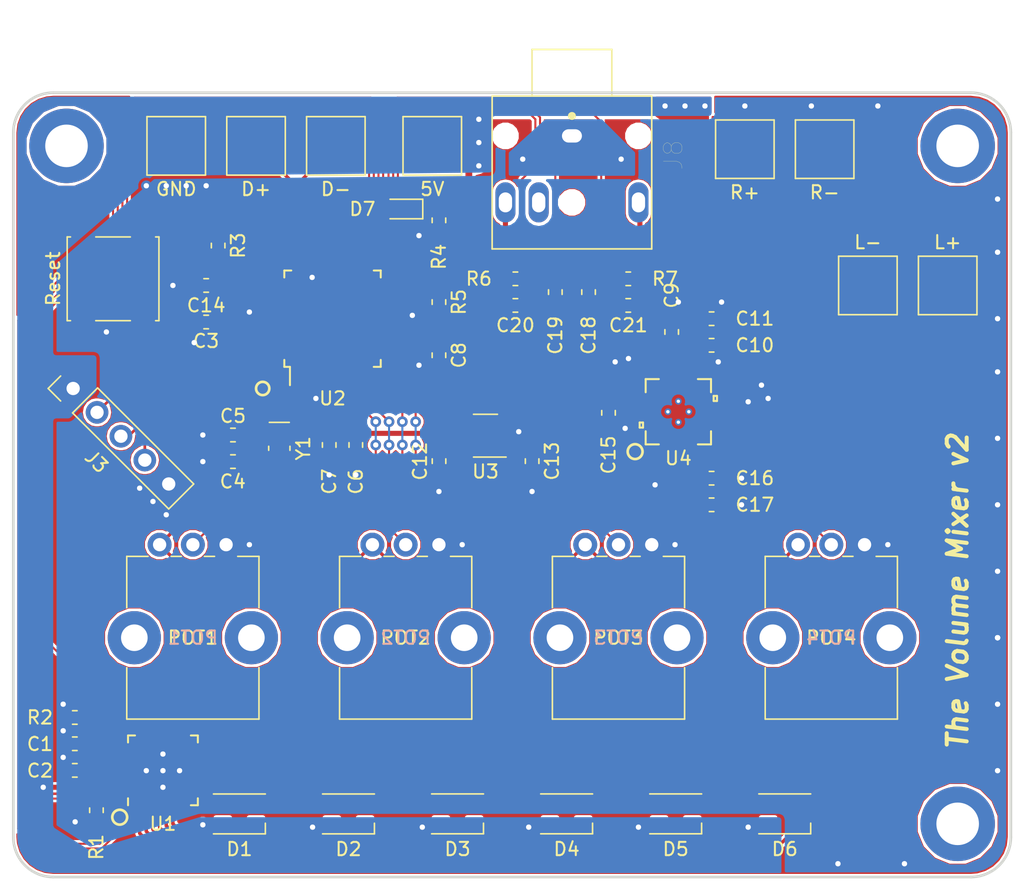
<source format=kicad_pcb>
(kicad_pcb (version 20171130) (host pcbnew "(5.0.0)")
  (layers (0 F.Cu signal) (31 B.Cu signal) (34 B.Paste user hide) (35 F.Paste user) (36 B.SilkS user) (37 F.SilkS user) (38 B.Mask user) (39 F.Mask user) (44 Edge.Cuts user))
  (net 0 "")
  (net 1 GND)
  (net 2 +3V3)
  (net 3 +5V)
  (net 4 /RESET')
  (net 5 "Net-(C18-Pad2)")
  (net 6 /OUTL+)
  (net 7 "Net-(C19-Pad2)")
  (net 8 /OUTR+)
  (net 9 /D1_R)
  (net 10 /D1_G)
  (net 11 /D5_G)
  (net 12 /D5_R)
  (net 13 /D2_R)
  (net 14 /D2_G)
  (net 15 /D6_R)
  (net 16 /D6_G)
  (net 17 /D3_G)
  (net 18 /D3_R)
  (net 19 /D4_R)
  (net 20 /D4_G)
  (net 21 /SWCLK)
  (net 22 /SWDIO)
  (net 23 /OUTR-)
  (net 24 /OUTL-)
  (net 25 /LED_OFF)
  (net 26 "Net-(R2-Pad2)")
  (net 27 /D1_B)
  (net 28 /D2_B)
  (net 29 /D3_B)
  (net 30 /D4_B)
  (net 31 /D5_B)
  (net 32 /D6_B)
  (net 33 "Net-(U1-Pad25)")
  (net 34 /LED_LATCH)
  (net 35 /LED_CLK)
  (net 36 /LED_DATA)
  (net 37 "Net-(U2-Pad3)")
  (net 38 "Net-(U2-Pad4)")
  (net 39 "Net-(U2-Pad9)")
  (net 40 "Net-(U2-Pad14)")
  (net 41 "Net-(U2-Pad22)")
  (net 42 "Net-(U2-Pad37)")
  (net 43 "Net-(U2-Pad38)")
  (net 44 "Net-(U2-Pad39)")
  (net 45 "Net-(U2-Pad41)")
  (net 46 "Net-(U2-Pad48)")
  (net 47 "Net-(U3-Pad4)")
  (net 48 "Net-(C3-Pad1)")
  (net 49 /USB_D-)
  (net 50 /USB_D+)
  (net 51 "Net-(C4-Pad2)")
  (net 52 "Net-(C5-Pad2)")
  (net 53 /EN)
  (net 54 /D2_LED)
  (net 55 "Net-(J8-Pad4)")
  (net 56 /INL+)
  (net 57 /INR+)
  (net 58 /VOL1)
  (net 59 /VOL2)
  (net 60 /VOL3)
  (net 61 /VOL4)
  (net 62 /SP_GC1)
  (net 63 "Net-(U2-Pad19)")
  (net 64 "Net-(U2-Pad20)")
  (net 65 "Net-(U2-Pad21)")
  (net 66 /SP_GC2)
  (net 67 "Net-(U2-Pad31)")
  (net 68 "Net-(U2-Pad32)")
  (net 69 "Net-(U2-Pad47)")
  (net 70 GNDA)
  (net 71 "Net-(J8-Pad2)")
  (net 72 "Net-(J8-Pad3)")
  (net 73 "Net-(U2-Pad7)")
  (net 74 "Net-(U2-Pad8)")
  (net 75 "Net-(U2-Pad10)")
  (net 76 "Net-(D7-Pad1)")
  (net 77 "Net-(U1-Pad21)")
  (net 78 "Net-(U1-Pad22)")
  (net 79 "Net-(U1-Pad23)")
  (net 80 "Net-(U1-Pad24)")
  (net 81 "Net-(U1-Pad7)")
  (net 82 "Net-(U1-Pad8)")
  (net 83 "Net-(U2-Pad16)")
  (module footprints:TPA2017D2RTJR (layer F.Cu) (at 162 91 90)
    (fp_text reference U4 (at -3.5 0 180) (layer F.SilkS))
    (fp_text value "" (at 0 0 90) (layer F.SilkS))
    (fp_text user "" (at -3.035 -1.631 90) (layer F.SilkS))
    (fp_text user "" (at -3.035 -1.631 90) (layer F.SilkS))
    (pad 1 smd rect (at -1.975 -1.000001 180) (size 0.28 0.85) (layers F.Cu F.Paste F.Mask) (net 56 /INL+))
    (pad 2 smd rect (at -1.975 -0.499999 180) (size 0.28 0.85) (layers F.Cu F.Paste F.Mask) (net 70 GNDA))
    (pad 3 smd rect (at -1.975 0 180) (size 0.28 0.85) (layers F.Cu F.Paste F.Mask) (net 70 GNDA))
    (pad 4 smd rect (at -1.975 0.499999 180) (size 0.28 0.85) (layers F.Cu F.Paste F.Mask) (net 3 +5V))
    (pad 5 smd rect (at -1.975 1.000001 180) (size 0.28 0.85) (layers F.Cu F.Paste F.Mask) (net 3 +5V))
    (pad 6 smd rect (at -1.000252 1.975 90) (size 0.28 0.85) (layers F.Cu F.Paste F.Mask) (net 6 /OUTL+))
    (pad 7 smd rect (at -0.500126 1.975 90) (size 0.28 0.85) (layers F.Cu F.Paste F.Mask) (net 24 /OUTL-))
    (pad 8 smd rect (at 0 1.975 90) (size 0.28 0.85) (layers F.Cu F.Paste F.Mask) (net 1 GND))
    (pad 9 smd rect (at 0.500126 1.975 90) (size 0.28 0.85) (layers F.Cu F.Paste F.Mask) (net 23 /OUTR-))
    (pad 10 smd rect (at 1.000252 1.975 90) (size 0.28 0.85) (layers F.Cu F.Paste F.Mask) (net 8 /OUTR+))
    (pad 11 smd rect (at 1.975 1.000001 180) (size 0.28 0.85) (layers F.Cu F.Paste F.Mask) (net 3 +5V))
    (pad 12 smd rect (at 1.975 0.499999 180) (size 0.28 0.85) (layers F.Cu F.Paste F.Mask) (net 3 +5V))
    (pad 13 smd rect (at 1.975 0 180) (size 0.28 0.85) (layers F.Cu F.Paste F.Mask) (net 3 +5V))
    (pad 14 smd rect (at 1.975 -0.499999 180) (size 0.28 0.85) (layers F.Cu F.Paste F.Mask) (net 70 GNDA))
    (pad 15 smd rect (at 1.975 -1.000001 180) (size 0.28 0.85) (layers F.Cu F.Paste F.Mask) (net 57 /INR+))
    (pad 16 smd rect (at 1.000252 -1.975 90) (size 0.28 0.85) (layers F.Cu F.Paste F.Mask) (net 1 GND))
    (pad 17 smd rect (at 0.500126 -1.975 90) (size 0.28 0.85) (layers F.Cu F.Paste F.Mask) (net 62 /SP_GC1))
    (pad 18 smd rect (at 0 -1.975 90) (size 0.28 0.85) (layers F.Cu F.Paste F.Mask) (net 53 /EN))
    (pad 19 smd rect (at -0.500126 -1.975 90) (size 0.28 0.85) (layers F.Cu F.Paste F.Mask) (net 66 /SP_GC2))
    (pad 20 smd rect (at -1.000252 -1.975 90) (size 0.28 0.85) (layers F.Cu F.Paste F.Mask) (net 1 GND))
    (pad 21 smd rect (at 0 0 90) (size 2.7 2.7) (layers F.Cu F.Paste F.Mask))
    (pad V thru_hole circle (at -0.7874 0 90) (size 0.508 0.508) (drill 0.254) (layers *.Cu *.Mask))
    (pad V thru_hole circle (at 0 0.7874 90) (size 0.508 0.508) (drill 0.254) (layers *.Cu *.Mask))
    (pad V thru_hole circle (at 0 -0.7874 90) (size 0.508 0.508) (drill 0.254) (layers *.Cu *.Mask))
    (pad V thru_hole circle (at 0.7874 0 90) (size 0.508 0.508) (drill 0.254) (layers *.Cu *.Mask))
  )
  (module LED_SMD:LED_Cree-PLCC4_3.2x2.8mm_CCW (layer F.Cu) (at 137.2 121.254156 180)
    (fp_text reference D2 (at 0 -2.65 180) (layer F.SilkS))
    (fp_text value LED_RGBA)
    (pad 2 smd rect (at -1.25 0.7 180) (size 1 0.8) (layers F.Cu F.Paste F.Mask) (net 14 /D2_G))
    (pad 3 smd rect (at 1.25 0.7 180) (size 1 0.8) (layers F.Cu F.Paste F.Mask) (net 28 /D2_B))
    (pad 4 smd rect (at 1.25 -0.7 180) (size 1 0.8) (layers F.Cu F.Paste F.Mask) (net 3 +5V))
    (pad 1 smd rect (at -1.25 -0.7 180) (size 1 0.8) (layers F.Cu F.Paste F.Mask) (net 13 /D2_R))
  )
  (module LED_SMD:LED_Cree-PLCC4_3.2x2.8mm_CCW (layer F.Cu) (at 129 121.254156 180)
    (fp_text reference D1 (at 0 -2.65 180) (layer F.SilkS))
    (fp_text value LED_RGBA)
    (pad 2 smd rect (at -1.25 0.7 180) (size 1 0.8) (layers F.Cu F.Paste F.Mask) (net 10 /D1_G))
    (pad 3 smd rect (at 1.25 0.7 180) (size 1 0.8) (layers F.Cu F.Paste F.Mask) (net 27 /D1_B))
    (pad 4 smd rect (at 1.25 -0.7 180) (size 1 0.8) (layers F.Cu F.Paste F.Mask) (net 3 +5V))
    (pad 1 smd rect (at -1.25 -0.7 180) (size 1 0.8) (layers F.Cu F.Paste F.Mask) (net 9 /D1_R))
  )
  (module "SJ1-3544 - Audio Jack:CUI_SJ1-3544" (layer F.Cu) (at 154 70.25 270)
    (fp_text reference J8 (at 1.44603 -7.62439 270) (layer F.SilkS) (effects (font (size 1.400992 1.400992) (thickness 0.015))))
    (fp_text value SJ1-3544)
    (pad 1 thru_hole oval (at 0 0 270) (size 1.508 3.016) (drill oval 1 1.5) (layers *.Cu *.Mask) (net 70 GNDA))
    (pad 2 thru_hole oval (at 5 5 270) (size 3.016 1.508) (drill oval 1.5 1) (layers *.Cu *.Mask) (net 71 "Net-(J8-Pad2)"))
    (pad 3 thru_hole oval (at 5 -5 270) (size 3.016 1.508) (drill oval 1.5 1) (layers *.Cu *.Mask) (net 72 "Net-(J8-Pad3)"))
    (pad None np_thru_hole circle (at 5 0 270) (size 1.6 1.6) (drill 1.6) (layers *.Cu *.Mask))
    (pad None np_thru_hole circle (at 0 5 270) (size 1.6 1.6) (drill 1.6) (layers *.Cu *.Mask))
    (pad None np_thru_hole circle (at 0 -5 270) (size 1.6 1.6) (drill 1.6) (layers *.Cu *.Mask))
    (pad 4 thru_hole oval (at 5 2.5 270) (size 3.016 1.508) (drill oval 1.5 1) (layers *.Cu *.Mask) (net 55 "Net-(J8-Pad4)"))
  )
  (module Capacitor_SMD:C_0603_1608Metric_Pad1.05x0.95mm_HandSolder (layer F.Cu) (at 116.625 117.977078)
    (fp_text reference C2 (at -2.625 0.022922) (layer F.SilkS))
    (fp_text value 1uF)
    (pad 1 smd roundrect (at -0.875 0) (size 1.05 0.95) (layers F.Cu F.Paste F.Mask) (net 1 GND))
    (pad 2 smd roundrect (at 0.875 0) (size 1.05 0.95) (layers F.Cu F.Paste F.Mask) (net 3 +5V))
  )
  (module Capacitor_SMD:C_0603_1608Metric_Pad1.05x0.95mm_HandSolder (layer F.Cu) (at 126.5 84.25 180)
    (fp_text reference C3 (at 0 -1.43 180) (layer F.SilkS))
    (fp_text value 1uF)
    (pad 1 smd roundrect (at -0.875 0 180) (size 1.05 0.95) (layers F.Cu F.Paste F.Mask) (net 48 "Net-(C3-Pad1)"))
    (pad 2 smd roundrect (at 0.875 0 180) (size 1.05 0.95) (layers F.Cu F.Paste F.Mask) (net 1 GND))
  )
  (module Capacitor_SMD:C_0603_1608Metric_Pad1.05x0.95mm_HandSolder (layer F.Cu) (at 137.75 93.5 270)
    (fp_text reference C6 (at 2.75 0 270) (layer F.SilkS))
    (fp_text value 0.1uF)
    (pad 1 smd roundrect (at -0.875 0 270) (size 1.05 0.95) (layers F.Cu F.Paste F.Mask) (net 2 +3V3))
    (pad 2 smd roundrect (at 0.875 0 270) (size 1.05 0.95) (layers F.Cu F.Paste F.Mask) (net 1 GND))
  )
  (module Capacitor_SMD:C_0603_1608Metric_Pad1.05x0.95mm_HandSolder (layer F.Cu) (at 135.75 93.5 270)
    (fp_text reference C7 (at 2.75 0 270) (layer F.SilkS))
    (fp_text value 1uF)
    (pad 1 smd roundrect (at -0.875 0 270) (size 1.05 0.95) (layers F.Cu F.Paste F.Mask) (net 2 +3V3))
    (pad 2 smd roundrect (at 0.875 0 270) (size 1.05 0.95) (layers F.Cu F.Paste F.Mask) (net 1 GND))
  )
  (module Capacitor_SMD:C_0603_1608Metric_Pad1.05x0.95mm_HandSolder (layer F.Cu) (at 155.25 82 270)
    (fp_text reference C18 (at 3.25 0 270) (layer F.SilkS))
    (fp_text value 0.047uF)
    (pad 1 smd roundrect (at -0.875 0 270) (size 1.05 0.95) (layers F.Cu F.Paste F.Mask) (net 70 GNDA))
    (pad 2 smd roundrect (at 0.875 0 270) (size 1.05 0.95) (layers F.Cu F.Paste F.Mask) (net 5 "Net-(C18-Pad2)"))
  )
  (module Capacitor_SMD:C_0603_1608Metric_Pad1.05x0.95mm_HandSolder (layer F.Cu) (at 152.75 82 270)
    (fp_text reference C19 (at 3.25 0 270) (layer F.SilkS))
    (fp_text value 0.047uF)
    (pad 2 smd roundrect (at 0.875 0 270) (size 1.05 0.95) (layers F.Cu F.Paste F.Mask) (net 7 "Net-(C19-Pad2)"))
    (pad 1 smd roundrect (at -0.875 0 270) (size 1.05 0.95) (layers F.Cu F.Paste F.Mask) (net 70 GNDA))
  )
  (module Capacitor_SMD:C_0603_1608Metric_Pad1.05x0.95mm_HandSolder (layer F.Cu) (at 144.007233 94.716117 90)
    (fp_text reference C12 (at 0 -1.43 90) (layer F.SilkS))
    (fp_text value 1uF)
    (pad 2 smd roundrect (at 0.875 0 90) (size 1.05 0.95) (layers F.Cu F.Paste F.Mask) (net 2 +3V3))
    (pad 1 smd roundrect (at -0.875 0 90) (size 1.05 0.95) (layers F.Cu F.Paste F.Mask) (net 1 GND))
  )
  (module Capacitor_SMD:C_0603_1608Metric_Pad1.05x0.95mm_HandSolder (layer F.Cu) (at 151.007233 94.716117 90)
    (fp_text reference C13 (at 0 1.492767 90) (layer F.SilkS))
    (fp_text value 1uF)
    (pad 1 smd roundrect (at -0.875 0 90) (size 1.05 0.95) (layers F.Cu F.Paste F.Mask) (net 1 GND))
    (pad 2 smd roundrect (at 0.875 0 90) (size 1.05 0.95) (layers F.Cu F.Paste F.Mask) (net 3 +5V))
  )
  (module LED_SMD:LED_0603_1608Metric_Pad1.05x0.95mm_HandSolder (layer F.Cu) (at 141.125 75.75 180)
    (fp_text reference D7 (at 2.875 0 180) (layer F.SilkS))
    (fp_text value LED)
    (pad 1 smd roundrect (at -0.875 0 180) (size 1.05 0.95) (layers F.Cu F.Paste F.Mask) (net 76 "Net-(D7-Pad1)"))
    (pad 2 smd roundrect (at 0.875 0 180) (size 1.05 0.95) (layers F.Cu F.Paste F.Mask) (net 54 /D2_LED))
  )
  (module TestPoint:TestPoint_Pad_4.0x4.0mm (layer F.Cu) (at 143.5 71 180)
    (fp_text reference 5V (at 0 -3.25 180) (layer F.SilkS))
    (fp_text value Conn_01x01_Male)
    (pad 1 smd rect (at 0 0 180) (size 4 4) (layers F.Cu F.Mask) (net 3 +5V))
  )
  (module TestPoint:TestPoint_Pad_4.0x4.0mm (layer F.Cu) (at 136.25 71 180)
    (fp_text reference D- (at 0 -3.25 180) (layer F.SilkS))
    (fp_text value Conn_01x01_Male)
    (pad 1 smd rect (at 0 0 180) (size 4 4) (layers F.Cu F.Mask) (net 49 /USB_D-))
  )
  (module Connector_PinHeader_2.54mm:PinHeader_1x05_P2.54mm_Vertical (layer F.Cu) (at 116.5 89.25 45)
    (fp_text reference J3 (at -2.65165 5.126524 135) (layer F.SilkS))
    (fp_text value Conn_01x05)
    (pad 1 thru_hole rect (at 0 0 45) (size 1.7 1.7) (drill 1) (layers *.Cu *.Mask) (net 3 +5V))
    (pad 2 thru_hole oval (at 0 2.54 45) (size 1.7 1.7) (drill 1) (layers *.Cu *.Mask) (net 4 /RESET'))
    (pad 3 thru_hole oval (at 0 5.079999 45) (size 1.7 1.7) (drill 1) (layers *.Cu *.Mask) (net 21 /SWCLK))
    (pad 4 thru_hole oval (at 0 7.62 45) (size 1.7 1.7) (drill 1) (layers *.Cu *.Mask) (net 22 /SWDIO))
    (pad 5 thru_hole oval (at 0 10.16 45) (size 1.7 1.7) (drill 1) (layers *.Cu *.Mask) (net 1 GND))
  )
  (module TestPoint:TestPoint_Pad_4.0x4.0mm (layer F.Cu) (at 130.25 71 180)
    (fp_text reference D+ (at 0 -3.25 180) (layer F.SilkS))
    (fp_text value Conn_01x01_Male)
    (pad 1 smd rect (at 0 0 180) (size 4 4) (layers F.Cu F.Mask) (net 50 /USB_D+))
  )
  (module TestPoint:TestPoint_Pad_4.0x4.0mm (layer F.Cu) (at 124.25 71 180)
    (fp_text reference GND (at 0 -3.25 180) (layer F.SilkS))
    (fp_text value Conn_01x01_Male)
    (pad 1 smd rect (at 0 0 180) (size 4 4) (layers F.Cu F.Mask) (net 1 GND))
  )
  (module TestPoint:TestPoint_Pad_4.0x4.0mm (layer F.Cu) (at 182.25 81.5)
    (fp_text reference L+ (at 0 -3.25) (layer F.SilkS))
    (fp_text value Conn_01x01_Male)
    (pad 1 smd rect (at 0 0) (size 4 4) (layers F.Cu F.Mask) (net 6 /OUTL+))
  )
  (module TestPoint:TestPoint_Pad_4.0x4.0mm (layer F.Cu) (at 176.25 81.5)
    (fp_text reference L- (at 0 -3.25) (layer F.SilkS))
    (fp_text value Conn_01x01_Male)
    (pad 1 smd rect (at 0 0) (size 4 4) (layers F.Cu F.Mask) (net 24 /OUTL-))
  )
  (module TestPoint:TestPoint_Pad_4.0x4.0mm (layer F.Cu) (at 173 71.25)
    (fp_text reference R- (at 0 3.25) (layer F.SilkS))
    (fp_text value Conn_01x01_Male)
    (pad 1 smd rect (at 0 0) (size 4 4) (layers F.Cu F.Mask) (net 23 /OUTR-))
  )
  (module TestPoint:TestPoint_Pad_4.0x4.0mm (layer F.Cu) (at 167 71.25)
    (fp_text reference R+ (at 0 3.25) (layer F.SilkS))
    (fp_text value Conn_01x01_Male)
    (pad 1 smd rect (at 0 0) (size 4 4) (layers F.Cu F.Mask) (net 8 /OUTR+))
  )
  (module Button_Switch_SMD:SW_SPST_B3S-1000 (layer F.Cu) (at 119.5 81 90)
    (fp_text reference Reset (at 0 -4.5 90) (layer F.SilkS))
    (fp_text value SW_Push)
    (pad 1 smd rect (at -3.975 -2.25 90) (size 1.55 1.3) (layers F.Cu F.Paste F.Mask) (net 1 GND))
    (pad 1 smd rect (at 3.975 -2.25 90) (size 1.55 1.3) (layers F.Cu F.Paste F.Mask) (net 1 GND))
    (pad 2 smd rect (at -3.975 2.25 90) (size 1.55 1.3) (layers F.Cu F.Paste F.Mask) (net 4 /RESET'))
    (pad 2 smd rect (at 3.975 2.25 90) (size 1.55 1.3) (layers F.Cu F.Paste F.Mask) (net 4 /RESET'))
  )
  (module Package_QFP:TQFP-48_7x7mm_P0.5mm (layer F.Cu) (at 136 84 90)
    (fp_text reference U2 (at -6 0 180) (layer F.SilkS))
    (fp_text value ATSAMD21G18A-A)
    (pad 1 smd rect (at -4.35 -2.75 90) (size 1.3 0.25) (layers F.Cu F.Paste F.Mask) (net 52 "Net-(C5-Pad2)"))
    (pad 2 smd rect (at -4.35 -2.25 90) (size 1.3 0.25) (layers F.Cu F.Paste F.Mask) (net 51 "Net-(C4-Pad2)"))
    (pad 3 smd rect (at -4.35 -1.75 90) (size 1.3 0.25) (layers F.Cu F.Paste F.Mask) (net 37 "Net-(U2-Pad3)"))
    (pad 4 smd rect (at -4.35 -1.25 90) (size 1.3 0.25) (layers F.Cu F.Paste F.Mask) (net 38 "Net-(U2-Pad4)"))
    (pad 5 smd rect (at -4.35 -0.75 90) (size 1.3 0.25) (layers F.Cu F.Paste F.Mask) (net 1 GND))
    (pad 6 smd rect (at -4.35 -0.25 90) (size 1.3 0.25) (layers F.Cu F.Paste F.Mask) (net 2 +3V3))
    (pad 7 smd rect (at -4.35 0.25 90) (size 1.3 0.25) (layers F.Cu F.Paste F.Mask) (net 73 "Net-(U2-Pad7)"))
    (pad 8 smd rect (at -4.35 0.75 90) (size 1.3 0.25) (layers F.Cu F.Paste F.Mask) (net 74 "Net-(U2-Pad8)"))
    (pad 9 smd rect (at -4.35 1.25 90) (size 1.3 0.25) (layers F.Cu F.Paste F.Mask) (net 39 "Net-(U2-Pad9)"))
    (pad 10 smd rect (at -4.35 1.75 90) (size 1.3 0.25) (layers F.Cu F.Paste F.Mask) (net 75 "Net-(U2-Pad10)"))
    (pad 11 smd rect (at -4.35 2.25 90) (size 1.3 0.25) (layers F.Cu F.Paste F.Mask) (net 58 /VOL1))
    (pad 12 smd rect (at -4.35 2.75 90) (size 1.3 0.25) (layers F.Cu F.Paste F.Mask) (net 59 /VOL2))
    (pad 13 smd rect (at -2.75 4.35 180) (size 1.3 0.25) (layers F.Cu F.Paste F.Mask) (net 61 /VOL4))
    (pad 14 smd rect (at -2.25 4.35 180) (size 1.3 0.25) (layers F.Cu F.Paste F.Mask) (net 40 "Net-(U2-Pad14)"))
    (pad 15 smd rect (at -1.75 4.35 180) (size 1.3 0.25) (layers F.Cu F.Paste F.Mask) (net 60 /VOL3))
    (pad 16 smd rect (at -1.25 4.35 180) (size 1.3 0.25) (layers F.Cu F.Paste F.Mask) (net 83 "Net-(U2-Pad16)"))
    (pad 17 smd rect (at -0.75 4.35 180) (size 1.3 0.25) (layers F.Cu F.Paste F.Mask) (net 2 +3V3))
    (pad 18 smd rect (at -0.25 4.35 180) (size 1.3 0.25) (layers F.Cu F.Paste F.Mask) (net 1 GND))
    (pad 19 smd rect (at 0.25 4.35 180) (size 1.3 0.25) (layers F.Cu F.Paste F.Mask) (net 63 "Net-(U2-Pad19)"))
    (pad 20 smd rect (at 0.75 4.35 180) (size 1.3 0.25) (layers F.Cu F.Paste F.Mask) (net 64 "Net-(U2-Pad20)"))
    (pad 21 smd rect (at 1.25 4.35 180) (size 1.3 0.25) (layers F.Cu F.Paste F.Mask) (net 65 "Net-(U2-Pad21)"))
    (pad 22 smd rect (at 1.75 4.35 180) (size 1.3 0.25) (layers F.Cu F.Paste F.Mask) (net 41 "Net-(U2-Pad22)"))
    (pad 23 smd rect (at 2.25 4.35 180) (size 1.3 0.25) (layers F.Cu F.Paste F.Mask) (net 53 /EN))
    (pad 24 smd rect (at 2.75 4.35 180) (size 1.3 0.25) (layers F.Cu F.Paste F.Mask) (net 66 /SP_GC2))
    (pad 25 smd rect (at 4.35 2.75 90) (size 1.3 0.25) (layers F.Cu F.Paste F.Mask) (net 54 /D2_LED))
    (pad 26 smd rect (at 4.35 2.25 90) (size 1.3 0.25) (layers F.Cu F.Paste F.Mask) (net 36 /LED_DATA))
    (pad 27 smd rect (at 4.35 1.75 90) (size 1.3 0.25) (layers F.Cu F.Paste F.Mask) (net 35 /LED_CLK))
    (pad 28 smd rect (at 4.35 1.25 90) (size 1.3 0.25) (layers F.Cu F.Paste F.Mask) (net 25 /LED_OFF))
    (pad 29 smd rect (at 4.35 0.75 90) (size 1.3 0.25) (layers F.Cu F.Paste F.Mask) (net 34 /LED_LATCH))
    (pad 30 smd rect (at 4.35 0.25 90) (size 1.3 0.25) (layers F.Cu F.Paste F.Mask) (net 62 /SP_GC1))
    (pad 31 smd rect (at 4.35 -0.25 90) (size 1.3 0.25) (layers F.Cu F.Paste F.Mask) (net 67 "Net-(U2-Pad31)"))
    (pad 32 smd rect (at 4.35 -0.75 90) (size 1.3 0.25) (layers F.Cu F.Paste F.Mask) (net 68 "Net-(U2-Pad32)"))
    (pad 33 smd rect (at 4.35 -1.25 90) (size 1.3 0.25) (layers F.Cu F.Paste F.Mask) (net 49 /USB_D-))
    (pad 34 smd rect (at 4.35 -1.75 90) (size 1.3 0.25) (layers F.Cu F.Paste F.Mask) (net 50 /USB_D+))
    (pad 35 smd rect (at 4.35 -2.25 90) (size 1.3 0.25) (layers F.Cu F.Paste F.Mask) (net 1 GND))
    (pad 36 smd rect (at 4.35 -2.75 90) (size 1.3 0.25) (layers F.Cu F.Paste F.Mask) (net 2 +3V3))
    (pad 37 smd rect (at 2.75 -4.35 180) (size 1.3 0.25) (layers F.Cu F.Paste F.Mask) (net 42 "Net-(U2-Pad37)"))
    (pad 38 smd rect (at 2.25 -4.35 180) (size 1.3 0.25) (layers F.Cu F.Paste F.Mask) (net 43 "Net-(U2-Pad38)"))
    (pad 39 smd rect (at 1.75 -4.35 180) (size 1.3 0.25) (layers F.Cu F.Paste F.Mask) (net 44 "Net-(U2-Pad39)"))
    (pad 40 smd rect (at 1.25 -4.35 180) (size 1.3 0.25) (layers F.Cu F.Paste F.Mask) (net 4 /RESET'))
    (pad 41 smd rect (at 0.75 -4.35 180) (size 1.3 0.25) (layers F.Cu F.Paste F.Mask) (net 45 "Net-(U2-Pad41)"))
    (pad 42 smd rect (at 0.25 -4.35 180) (size 1.3 0.25) (layers F.Cu F.Paste F.Mask) (net 1 GND))
    (pad 43 smd rect (at -0.25 -4.35 180) (size 1.3 0.25) (layers F.Cu F.Paste F.Mask) (net 48 "Net-(C3-Pad1)"))
    (pad 44 smd rect (at -0.75 -4.35 180) (size 1.3 0.25) (layers F.Cu F.Paste F.Mask) (net 2 +3V3))
    (pad 45 smd rect (at -1.25 -4.35 180) (size 1.3 0.25) (layers F.Cu F.Paste F.Mask) (net 21 /SWCLK))
    (pad 46 smd rect (at -1.75 -4.35 180) (size 1.3 0.25) (layers F.Cu F.Paste F.Mask) (net 22 /SWDIO))
    (pad 47 smd rect (at -2.25 -4.35 180) (size 1.3 0.25) (layers F.Cu F.Paste F.Mask) (net 69 "Net-(U2-Pad47)"))
    (pad 48 smd rect (at -2.75 -4.35 180) (size 1.3 0.25) (layers F.Cu F.Paste F.Mask) (net 46 "Net-(U2-Pad48)"))
  )
  (module Package_TO_SOT_SMD:SOT-23-5 (layer F.Cu) (at 147.5 92.801116 180)
    (fp_text reference U3 (at 0 -2.698884 180) (layer F.SilkS))
    (fp_text value AP2127K-3.3)
    (pad 1 smd rect (at -1.1 -0.95 180) (size 1.06 0.65) (layers F.Cu F.Paste F.Mask) (net 3 +5V))
    (pad 2 smd rect (at -1.1 0 180) (size 1.06 0.65) (layers F.Cu F.Paste F.Mask) (net 1 GND))
    (pad 3 smd rect (at -1.1 0.95 180) (size 1.06 0.65) (layers F.Cu F.Paste F.Mask) (net 3 +5V))
    (pad 4 smd rect (at 1.1 0.95 180) (size 1.06 0.65) (layers F.Cu F.Paste F.Mask) (net 47 "Net-(U3-Pad4)"))
    (pad 5 smd rect (at 1.1 -0.95 180) (size 1.06 0.65) (layers F.Cu F.Paste F.Mask) (net 2 +3V3))
  )
  (module Crystal:Crystal_SMD_MicroCrystal_CC8V-T1A-2Pin_2.0x1.2mm_HandSoldering (layer F.Cu) (at 132 93.75 270)
    (fp_text reference Y1 (at 0 -1.8 270) (layer F.SilkS))
    (fp_text value 32.768kHz)
    (pad 1 smd rect (at -1.05 0 270) (size 1.4 1.5) (layers F.Cu F.Paste F.Mask) (net 52 "Net-(C5-Pad2)"))
    (pad 2 smd rect (at 1.05 0 270) (size 1.4 1.5) (layers F.Cu F.Paste F.Mask) (net 51 "Net-(C4-Pad2)"))
  )
  (module MountingHole:MountingHole_3.2mm_M3_DIN965_Pad (layer F.Cu) (at 183 122)
    (fp_text reference MH1 hide)
    (fp_text value MountingHole)
    (pad 1 thru_hole circle (at 0 0) (size 5.6 5.6) (drill 3.2) (layers *.Cu *.Mask))
  )
  (module MountingHole:MountingHole_3.2mm_M3_DIN965_Pad (layer F.Cu) (at 183 71)
    (fp_text reference MH2)
    (fp_text value MountingHole)
    (pad 1 thru_hole circle (at 0 0) (size 5.6 5.6) (drill 3.2) (layers *.Cu *.Mask))
  )
  (module MountingHole:MountingHole_3.2mm_M3_DIN965_Pad (layer F.Cu) (at 116 71)
    (fp_text reference MH3)
    (fp_text value MountingHole)
    (pad 1 thru_hole circle (at 0 0) (size 5.6 5.6) (drill 3.2) (layers *.Cu *.Mask))
  )
  (module Capacitor_SMD:C_0603_1608Metric_Pad1.05x0.95mm_HandSolder (layer F.Cu) (at 116.625 115.977078 180)
    (fp_text reference C1 (at 2.625 -0.022922 180) (layer F.SilkS))
    (fp_text value 0.1uF)
    (pad 1 smd roundrect (at -0.875 0 180) (size 1.05 0.95) (layers F.Cu F.Paste F.Mask) (net 3 +5V))
    (pad 2 smd roundrect (at 0.875 0 180) (size 1.05 0.95) (layers F.Cu F.Paste F.Mask) (net 1 GND))
  )
  (module Capacitor_SMD:C_0603_1608Metric_Pad1.05x0.95mm_HandSolder (layer F.Cu) (at 128.515 94.75)
    (fp_text reference C4 (at -0.015 1.5) (layer F.SilkS))
    (fp_text value 22pF)
    (pad 1 smd roundrect (at -0.875 0) (size 1.05 0.95) (layers F.Cu F.Paste F.Mask) (net 1 GND))
    (pad 2 smd roundrect (at 0.875 0) (size 1.05 0.95) (layers F.Cu F.Paste F.Mask) (net 51 "Net-(C4-Pad2)"))
  )
  (module Capacitor_SMD:C_0603_1608Metric_Pad1.05x0.95mm_HandSolder (layer F.Cu) (at 128.515 92.75)
    (fp_text reference C5 (at 0 -1.43) (layer F.SilkS))
    (fp_text value 22pF)
    (pad 2 smd roundrect (at 0.875 0) (size 1.05 0.95) (layers F.Cu F.Paste F.Mask) (net 52 "Net-(C5-Pad2)"))
    (pad 1 smd roundrect (at -0.875 0) (size 1.05 0.95) (layers F.Cu F.Paste F.Mask) (net 1 GND))
  )
  (module Capacitor_SMD:C_0603_1608Metric_Pad1.05x0.95mm_HandSolder (layer F.Cu) (at 144 86.75 90)
    (fp_text reference C8 (at 0 1.5 90) (layer F.SilkS))
    (fp_text value 0.1uF)
    (pad 2 smd roundrect (at 0.875 0 90) (size 1.05 0.95) (layers F.Cu F.Paste F.Mask) (net 2 +3V3))
    (pad 1 smd roundrect (at -0.875 0 90) (size 1.05 0.95) (layers F.Cu F.Paste F.Mask) (net 1 GND))
  )
  (module Capacitor_SMD:C_0603_1608Metric_Pad1.05x0.95mm_HandSolder (layer F.Cu) (at 161.5 85 90)
    (fp_text reference C9 (at 2.75 0 90) (layer F.SilkS))
    (fp_text value 0.1uF)
    (pad 1 smd roundrect (at -0.875 0 90) (size 1.05 0.95) (layers F.Cu F.Paste F.Mask) (net 3 +5V))
    (pad 2 smd roundrect (at 0.875 0 90) (size 1.05 0.95) (layers F.Cu F.Paste F.Mask) (net 1 GND))
  )
  (module Capacitor_SMD:C_0603_1608Metric_Pad1.05x0.95mm_HandSolder (layer F.Cu) (at 164.5 86)
    (fp_text reference C10 (at 3.25 0) (layer F.SilkS))
    (fp_text value 0.1uF)
    (pad 2 smd roundrect (at 0.875 0) (size 1.05 0.95) (layers F.Cu F.Paste F.Mask) (net 1 GND))
    (pad 1 smd roundrect (at -0.875 0) (size 1.05 0.95) (layers F.Cu F.Paste F.Mask) (net 3 +5V))
  )
  (module Capacitor_SMD:C_0603_1608Metric_Pad1.05x0.95mm_HandSolder (layer F.Cu) (at 164.5 84)
    (fp_text reference C11 (at 3.25 0) (layer F.SilkS))
    (fp_text value 1uF)
    (pad 1 smd roundrect (at -0.875 0) (size 1.05 0.95) (layers F.Cu F.Paste F.Mask) (net 3 +5V))
    (pad 2 smd roundrect (at 0.875 0) (size 1.05 0.95) (layers F.Cu F.Paste F.Mask) (net 1 GND))
  )
  (module Capacitor_SMD:C_0603_1608Metric_Pad1.05x0.95mm_HandSolder (layer F.Cu) (at 126.5 81.5)
    (fp_text reference C14 (at 0 1.5) (layer F.SilkS))
    (fp_text value 0.1uF)
    (pad 1 smd roundrect (at -0.875 0) (size 1.05 0.95) (layers F.Cu F.Paste F.Mask) (net 1 GND))
    (pad 2 smd roundrect (at 0.875 0) (size 1.05 0.95) (layers F.Cu F.Paste F.Mask) (net 4 /RESET'))
  )
  (module Capacitor_SMD:C_0603_1608Metric_Pad1.05x0.95mm_HandSolder (layer F.Cu) (at 156.75 91.081076 270)
    (fp_text reference C15 (at 3.168924 0 270) (layer F.SilkS))
    (fp_text value 0.1uF)
    (pad 2 smd roundrect (at 0.875 0 270) (size 1.05 0.95) (layers F.Cu F.Paste F.Mask) (net 1 GND))
    (pad 1 smd roundrect (at -0.875 0 270) (size 1.05 0.95) (layers F.Cu F.Paste F.Mask) (net 53 /EN))
  )
  (module Capacitor_SMD:C_0603_1608Metric_Pad1.05x0.95mm_HandSolder (layer F.Cu) (at 164.5 96)
    (fp_text reference C16 (at 3.25 0) (layer F.SilkS))
    (fp_text value 0.1uF)
    (pad 2 smd roundrect (at 0.875 0) (size 1.05 0.95) (layers F.Cu F.Paste F.Mask) (net 1 GND))
    (pad 1 smd roundrect (at -0.875 0) (size 1.05 0.95) (layers F.Cu F.Paste F.Mask) (net 3 +5V))
  )
  (module Capacitor_SMD:C_0603_1608Metric_Pad1.05x0.95mm_HandSolder (layer F.Cu) (at 164.5 98)
    (fp_text reference C17 (at 3.25 0) (layer F.SilkS))
    (fp_text value 1uF)
    (pad 1 smd roundrect (at -0.875 0) (size 1.05 0.95) (layers F.Cu F.Paste F.Mask) (net 3 +5V))
    (pad 2 smd roundrect (at 0.875 0) (size 1.05 0.95) (layers F.Cu F.Paste F.Mask) (net 1 GND))
  )
  (module Resistor_SMD:R_0603_1608Metric_Pad1.05x0.95mm_HandSolder (layer F.Cu) (at 118.25 120.977078 90)
    (fp_text reference R1 (at -2.772922 0 90) (layer F.SilkS))
    (fp_text value 10k)
    (pad 1 smd roundrect (at -0.875 0 90) (size 1.05 0.95) (layers F.Cu F.Paste F.Mask) (net 1 GND))
    (pad 2 smd roundrect (at 0.875 0 90) (size 1.05 0.95) (layers F.Cu F.Paste F.Mask) (net 25 /LED_OFF))
  )
  (module Resistor_SMD:R_0603_1608Metric_Pad1.05x0.95mm_HandSolder (layer F.Cu) (at 116.625 114)
    (fp_text reference R2 (at -2.625 0) (layer F.SilkS))
    (fp_text value 3.3k)
    (pad 2 smd roundrect (at 0.875 0) (size 1.05 0.95) (layers F.Cu F.Paste F.Mask) (net 26 "Net-(R2-Pad2)"))
    (pad 1 smd roundrect (at -0.875 0) (size 1.05 0.95) (layers F.Cu F.Paste F.Mask) (net 1 GND))
  )
  (module Resistor_SMD:R_0603_1608Metric_Pad1.05x0.95mm_HandSolder (layer F.Cu) (at 127.4 78.5 270)
    (fp_text reference R3 (at 0 -1.5 270) (layer F.SilkS))
    (fp_text value 10k)
    (pad 1 smd roundrect (at -0.875 0 270) (size 1.05 0.95) (layers F.Cu F.Paste F.Mask) (net 2 +3V3))
    (pad 2 smd roundrect (at 0.875 0 270) (size 1.05 0.95) (layers F.Cu F.Paste F.Mask) (net 4 /RESET'))
  )
  (module Resistor_SMD:R_0603_1608Metric_Pad1.05x0.95mm_HandSolder (layer F.Cu) (at 144 76.6 270)
    (fp_text reference R4 (at 2.75 0 270) (layer F.SilkS))
    (fp_text value 2.2k)
    (pad 2 smd roundrect (at 0.875 0 270) (size 1.05 0.95) (layers F.Cu F.Paste F.Mask) (net 1 GND))
    (pad 1 smd roundrect (at -0.875 0 270) (size 1.05 0.95) (layers F.Cu F.Paste F.Mask) (net 76 "Net-(D7-Pad1)"))
  )
  (module Resistor_SMD:R_0603_1608Metric_Pad1.05x0.95mm_HandSolder (layer F.Cu) (at 144 82.75 270)
    (fp_text reference R5 (at 0 -1.5 270) (layer F.SilkS))
    (fp_text value 100k)
    (pad 1 smd roundrect (at -0.875 0 270) (size 1.05 0.95) (layers F.Cu F.Paste F.Mask) (net 53 /EN))
    (pad 2 smd roundrect (at 0.875 0 270) (size 1.05 0.95) (layers F.Cu F.Paste F.Mask) (net 2 +3V3))
  )
  (module Resistor_SMD:R_0603_1608Metric_Pad1.05x0.95mm_HandSolder (layer F.Cu) (at 149.75 81)
    (fp_text reference R6 (at -2.75 0) (layer F.SilkS))
    (fp_text value 100)
    (pad 1 smd roundrect (at -0.875 0) (size 1.05 0.95) (layers F.Cu F.Paste F.Mask) (net 71 "Net-(J8-Pad2)"))
    (pad 2 smd roundrect (at 0.875 0) (size 1.05 0.95) (layers F.Cu F.Paste F.Mask) (net 7 "Net-(C19-Pad2)"))
  )
  (module Resistor_SMD:R_0603_1608Metric_Pad1.05x0.95mm_HandSolder (layer F.Cu) (at 158.234477 81 180)
    (fp_text reference R7 (at -2.765523 0 180) (layer F.SilkS))
    (fp_text value 100)
    (pad 2 smd roundrect (at 0.875 0 180) (size 1.05 0.95) (layers F.Cu F.Paste F.Mask) (net 5 "Net-(C18-Pad2)"))
    (pad 1 smd roundrect (at -0.875 0 180) (size 1.05 0.95) (layers F.Cu F.Paste F.Mask) (net 72 "Net-(J8-Pad3)"))
  )
  (module "Potentiometer - PTV09A-4020F-B203:Potentiometer_Bourns_PTV09A-1_Single_Vertical" (layer F.Cu) (at 123 101 270)
    (fp_text reference POT1 (at 7 -2.5) (layer F.SilkS))
    (fp_text value R_POT_US)
    (pad 3 thru_hole circle (at 0 -5 270) (size 1.8 1.8) (drill 1) (layers *.Cu *.Mask) (net 1 GND))
    (pad 2 thru_hole circle (at 0 -2.5 270) (size 1.8 1.8) (drill 1) (layers *.Cu *.Mask) (net 58 /VOL1))
    (pad 1 thru_hole circle (at 0 0 270) (size 1.8 1.8) (drill 1) (layers *.Cu *.Mask) (net 2 +3V3))
    (pad "" np_thru_hole circle (at 7 -6.9 270) (size 4 4) (drill 2) (layers *.Cu *.Mask))
    (pad "" np_thru_hole circle (at 7 1.9 270) (size 4 4) (drill 2) (layers *.Cu *.Mask))
  )
  (module "Potentiometer - PTV09A-4020F-B203:Potentiometer_Bourns_PTV09A-1_Single_Vertical" (layer F.Cu) (at 139 101 270)
    (fp_text reference POT2 (at 7 -2.5) (layer F.SilkS))
    (fp_text value R_POT_US)
    (pad "" np_thru_hole circle (at 7 1.9 270) (size 4 4) (drill 2) (layers *.Cu *.Mask))
    (pad "" np_thru_hole circle (at 7 -6.9 270) (size 4 4) (drill 2) (layers *.Cu *.Mask))
    (pad 1 thru_hole circle (at 0 0 270) (size 1.8 1.8) (drill 1) (layers *.Cu *.Mask) (net 2 +3V3))
    (pad 2 thru_hole circle (at 0 -2.5 270) (size 1.8 1.8) (drill 1) (layers *.Cu *.Mask) (net 59 /VOL2))
    (pad 3 thru_hole circle (at 0 -5 270) (size 1.8 1.8) (drill 1) (layers *.Cu *.Mask) (net 1 GND))
  )
  (module "Potentiometer - PTV09A-4020F-B203:Potentiometer_Bourns_PTV09A-1_Single_Vertical" (layer F.Cu) (at 155 101 270)
    (fp_text reference POT3 (at 7 -2.5) (layer F.SilkS))
    (fp_text value R_POT_US)
    (pad 3 thru_hole circle (at 0 -5 270) (size 1.8 1.8) (drill 1) (layers *.Cu *.Mask) (net 1 GND))
    (pad 2 thru_hole circle (at 0 -2.5 270) (size 1.8 1.8) (drill 1) (layers *.Cu *.Mask) (net 60 /VOL3))
    (pad 1 thru_hole circle (at 0 0 270) (size 1.8 1.8) (drill 1) (layers *.Cu *.Mask) (net 2 +3V3))
    (pad "" np_thru_hole circle (at 7 -6.9 270) (size 4 4) (drill 2) (layers *.Cu *.Mask))
    (pad "" np_thru_hole circle (at 7 1.9 270) (size 4 4) (drill 2) (layers *.Cu *.Mask))
  )
  (module "Potentiometer - PTV09A-4020F-B203:Potentiometer_Bourns_PTV09A-1_Single_Vertical" (layer F.Cu) (at 171 101 270)
    (fp_text reference POT4 (at 7 -2.5) (layer F.SilkS))
    (fp_text value R_POT_US)
    (pad "" np_thru_hole circle (at 7 1.9 270) (size 4 4) (drill 2) (layers *.Cu *.Mask))
    (pad "" np_thru_hole circle (at 7 -6.9 270) (size 4 4) (drill 2) (layers *.Cu *.Mask))
    (pad 1 thru_hole circle (at 0 0 270) (size 1.8 1.8) (drill 1) (layers *.Cu *.Mask) (net 2 +3V3))
    (pad 2 thru_hole circle (at 0 -2.5 270) (size 1.8 1.8) (drill 1) (layers *.Cu *.Mask) (net 61 /VOL4))
    (pad 3 thru_hole circle (at 0 -5 270) (size 1.8 1.8) (drill 1) (layers *.Cu *.Mask) (net 1 GND))
  )
  (module Capacitor_SMD:C_0603_1608Metric_Pad1.05x0.95mm_HandSolder (layer F.Cu) (at 149.75 83)
    (fp_text reference C20 (at 0 1.5) (layer F.SilkS))
    (fp_text value 1uF)
    (pad 1 smd roundrect (at -0.875 0) (size 1.05 0.95) (layers F.Cu F.Paste F.Mask) (net 56 /INL+))
    (pad 2 smd roundrect (at 0.875 0) (size 1.05 0.95) (layers F.Cu F.Paste F.Mask) (net 7 "Net-(C19-Pad2)"))
  )
  (module Capacitor_SMD:C_0603_1608Metric_Pad1.05x0.95mm_HandSolder (layer F.Cu) (at 158.234477 83 180)
    (fp_text reference C21 (at 0 -1.5 180) (layer F.SilkS))
    (fp_text value 1uF)
    (pad 2 smd roundrect (at 0.875 0 180) (size 1.05 0.95) (layers F.Cu F.Paste F.Mask) (net 5 "Net-(C18-Pad2)"))
    (pad 1 smd roundrect (at -0.875 0 180) (size 1.05 0.95) (layers F.Cu F.Paste F.Mask) (net 57 /INR+))
  )
  (module Package_DFN_QFN:QFN-32-1EP_5x5mm_P0.5mm_EP3.45x3.45mm (layer F.Cu) (at 123.25 117.977078 90)
    (fp_text reference U1 (at -4.022922 0 180) (layer F.SilkS))
    (fp_text value TLC5947RHB)
    (pad 1 smd rect (at -2.4 -1.75 90) (size 0.7 0.25) (layers F.Cu F.Paste F.Mask) (net 15 /D6_R))
    (pad 2 smd rect (at -2.4 -1.25 90) (size 0.7 0.25) (layers F.Cu F.Paste F.Mask) (net 12 /D5_R))
    (pad 3 smd rect (at -2.4 -0.75 90) (size 0.7 0.25) (layers F.Cu F.Paste F.Mask) (net 19 /D4_R))
    (pad 4 smd rect (at -2.4 -0.25 90) (size 0.7 0.25) (layers F.Cu F.Paste F.Mask) (net 18 /D3_R))
    (pad 5 smd rect (at -2.4 0.25 90) (size 0.7 0.25) (layers F.Cu F.Paste F.Mask) (net 13 /D2_R))
    (pad 6 smd rect (at -2.4 0.75 90) (size 0.7 0.25) (layers F.Cu F.Paste F.Mask) (net 9 /D1_R))
    (pad 7 smd rect (at -2.4 1.25 90) (size 0.7 0.25) (layers F.Cu F.Paste F.Mask) (net 81 "Net-(U1-Pad7)"))
    (pad 8 smd rect (at -2.4 1.75 90) (size 0.7 0.25) (layers F.Cu F.Paste F.Mask) (net 82 "Net-(U1-Pad8)"))
    (pad 9 smd rect (at -1.75 2.4 180) (size 0.7 0.25) (layers F.Cu F.Paste F.Mask) (net 27 /D1_B))
    (pad 10 smd rect (at -1.25 2.4 180) (size 0.7 0.25) (layers F.Cu F.Paste F.Mask) (net 10 /D1_G))
    (pad 11 smd rect (at -0.75 2.4 180) (size 0.7 0.25) (layers F.Cu F.Paste F.Mask) (net 28 /D2_B))
    (pad 12 smd rect (at -0.25 2.4 180) (size 0.7 0.25) (layers F.Cu F.Paste F.Mask) (net 14 /D2_G))
    (pad 13 smd rect (at 0.25 2.4 180) (size 0.7 0.25) (layers F.Cu F.Paste F.Mask) (net 29 /D3_B))
    (pad 14 smd rect (at 0.75 2.4 180) (size 0.7 0.25) (layers F.Cu F.Paste F.Mask) (net 17 /D3_G))
    (pad 15 smd rect (at 1.25 2.4 180) (size 0.7 0.25) (layers F.Cu F.Paste F.Mask) (net 30 /D4_B))
    (pad 16 smd rect (at 1.75 2.4 180) (size 0.7 0.25) (layers F.Cu F.Paste F.Mask) (net 20 /D4_G))
    (pad 17 smd rect (at 2.4 1.75 90) (size 0.7 0.25) (layers F.Cu F.Paste F.Mask) (net 31 /D5_B))
    (pad 18 smd rect (at 2.4 1.25 90) (size 0.7 0.25) (layers F.Cu F.Paste F.Mask) (net 11 /D5_G))
    (pad 19 smd rect (at 2.4 0.75 90) (size 0.7 0.25) (layers F.Cu F.Paste F.Mask) (net 32 /D6_B))
    (pad 20 smd rect (at 2.4 0.25 90) (size 0.7 0.25) (layers F.Cu F.Paste F.Mask) (net 16 /D6_G))
    (pad 21 smd rect (at 2.4 -0.25 90) (size 0.7 0.25) (layers F.Cu F.Paste F.Mask) (net 77 "Net-(U1-Pad21)"))
    (pad 22 smd rect (at 2.4 -0.75 90) (size 0.7 0.25) (layers F.Cu F.Paste F.Mask) (net 78 "Net-(U1-Pad22)"))
    (pad 23 smd rect (at 2.4 -1.25 90) (size 0.7 0.25) (layers F.Cu F.Paste F.Mask) (net 79 "Net-(U1-Pad23)"))
    (pad 24 smd rect (at 2.4 -1.75 90) (size 0.7 0.25) (layers F.Cu F.Paste F.Mask) (net 80 "Net-(U1-Pad24)"))
    (pad 25 smd rect (at 1.75 -2.4 180) (size 0.7 0.25) (layers F.Cu F.Paste F.Mask) (net 33 "Net-(U1-Pad25)"))
    (pad 26 smd rect (at 1.25 -2.4 180) (size 0.7 0.25) (layers F.Cu F.Paste F.Mask) (net 34 /LED_LATCH))
    (pad 27 smd rect (at 0.75 -2.4 180) (size 0.7 0.25) (layers F.Cu F.Paste F.Mask) (net 26 "Net-(R2-Pad2)"))
    (pad 28 smd rect (at 0.25 -2.4 180) (size 0.7 0.25) (layers F.Cu F.Paste F.Mask) (net 3 +5V))
    (pad 29 smd rect (at -0.25 -2.4 180) (size 0.7 0.25) (layers F.Cu F.Paste F.Mask) (net 1 GND))
    (pad 30 smd rect (at -0.75 -2.4 180) (size 0.7 0.25) (layers F.Cu F.Paste F.Mask) (net 25 /LED_OFF))
    (pad 31 smd rect (at -1.25 -2.4 180) (size 0.7 0.25) (layers F.Cu F.Paste F.Mask) (net 35 /LED_CLK))
    (pad 32 smd rect (at -1.75 -2.4 180) (size 0.7 0.25) (layers F.Cu F.Paste F.Mask) (net 36 /LED_DATA))
    (pad 33 smd rect (at 0 0 90) (size 3.45 3.45) (layers F.Cu F.Mask) (net 1 GND))
  )
  (module LED_SMD:LED_Cree-PLCC4_3.2x2.8mm_CCW (layer F.Cu) (at 145.4 121.25 180)
    (fp_text reference D3 (at 0 -2.65 180) (layer F.SilkS))
    (fp_text value LED_RGBA)
    (pad 2 smd rect (at -1.25 0.7 180) (size 1 0.8) (layers F.Cu F.Paste F.Mask) (net 17 /D3_G))
    (pad 3 smd rect (at 1.25 0.7 180) (size 1 0.8) (layers F.Cu F.Paste F.Mask) (net 29 /D3_B))
    (pad 4 smd rect (at 1.25 -0.7 180) (size 1 0.8) (layers F.Cu F.Paste F.Mask) (net 3 +5V))
    (pad 1 smd rect (at -1.25 -0.7 180) (size 1 0.8) (layers F.Cu F.Paste F.Mask) (net 18 /D3_R))
  )
  (module LED_SMD:LED_Cree-PLCC4_3.2x2.8mm_CCW (layer F.Cu) (at 153.6 121.25 180)
    (fp_text reference D4 (at 0 -2.65 180) (layer F.SilkS))
    (fp_text value LED_RGBA)
    (pad 1 smd rect (at -1.25 -0.7 180) (size 1 0.8) (layers F.Cu F.Paste F.Mask) (net 19 /D4_R))
    (pad 4 smd rect (at 1.25 -0.7 180) (size 1 0.8) (layers F.Cu F.Paste F.Mask) (net 3 +5V))
    (pad 3 smd rect (at 1.25 0.7 180) (size 1 0.8) (layers F.Cu F.Paste F.Mask) (net 30 /D4_B))
    (pad 2 smd rect (at -1.25 0.7 180) (size 1 0.8) (layers F.Cu F.Paste F.Mask) (net 20 /D4_G))
  )
  (module LED_SMD:LED_Cree-PLCC4_3.2x2.8mm_CCW (layer F.Cu) (at 161.8 121.25 180)
    (fp_text reference D5 (at 0 -2.65 180) (layer F.SilkS))
    (fp_text value LED_RGBA)
    (pad 1 smd rect (at -1.25 -0.7 180) (size 1 0.8) (layers F.Cu F.Paste F.Mask) (net 12 /D5_R))
    (pad 4 smd rect (at 1.25 -0.7 180) (size 1 0.8) (layers F.Cu F.Paste F.Mask) (net 3 +5V))
    (pad 3 smd rect (at 1.25 0.7 180) (size 1 0.8) (layers F.Cu F.Paste F.Mask) (net 31 /D5_B))
    (pad 2 smd rect (at -1.25 0.7 180) (size 1 0.8) (layers F.Cu F.Paste F.Mask) (net 11 /D5_G))
  )
  (module LED_SMD:LED_Cree-PLCC4_3.2x2.8mm_CCW (layer F.Cu) (at 170 121.25 180)
    (fp_text reference D6 (at 0 -2.65 180) (layer F.SilkS))
    (fp_text value LED_RGBA)
    (pad 2 smd rect (at -1.25 0.7 180) (size 1 0.8) (layers F.Cu F.Paste F.Mask) (net 16 /D6_G))
    (pad 3 smd rect (at 1.25 0.7 180) (size 1 0.8) (layers F.Cu F.Paste F.Mask) (net 32 /D6_B))
    (pad 4 smd rect (at 1.25 -0.7 180) (size 1 0.8) (layers F.Cu F.Paste F.Mask) (net 3 +5V))
    (pad 1 smd rect (at -1.25 -0.7 180) (size 1 0.8) (layers F.Cu F.Paste F.Mask) (net 15 /D6_R))
  )
  (gr_text "The Volume Mixer v2" (at 183 104.5 90) (layer F.SilkS) (effects (font (size 1.5 1.5) (thickness 0.3) italic)))
  (gr_text POT4 (at 173.5 108) (layer B.SilkS) (effects (font (size 1 1)) (justify mirror)))
  (gr_text POT3 (at 157.5 108) (layer B.SilkS) (effects (font (size 1 1)) (justify mirror)))
  (gr_text POT2 (at 141.5 108) (layer B.SilkS) (effects (font (size 1 1)) (justify mirror)))
  (gr_text POT1 (at 125.5 108) (layer B.SilkS) (effects (font (size 1 1)) (justify mirror)))
  (gr_circle (center 120 121.5) (end 120.25 121) (layer F.SilkS) (width 0.2))
  (gr_circle (center 158.75 94) (end 159 93.5) (layer F.SilkS) (width 0.2))
  (gr_circle (center 130.75 89.25) (end 130.75 88.75) (layer F.SilkS) (width 0.2))
  (gr_arc (start 115 70) (end 115 67) (angle -90) (layer Edge.Cuts) (width 0.2))
  (gr_arc (start 184 70) (end 187 70) (angle -90) (layer Edge.Cuts) (width 0.2))
  (gr_arc (start 184 123) (end 184 126) (angle -90) (layer Edge.Cuts) (width 0.2))
  (gr_arc (start 115 123) (end 112 123) (angle -90) (layer Edge.Cuts) (width 0.2))
  (gr_line (start 184 126) (end 115 126) (layer Edge.Cuts) (width 0.2))
  (gr_line (start 187 70) (end 187 123) (layer Edge.Cuts) (width 0.2))
  (gr_line (start 115 67) (end 184 67) (layer Edge.Cuts) (width 0.2))
  (gr_line (start 112 123) (end 112 70) (layer Edge.Cuts) (width 0.2))
  (via (at 115.75 113) (size 0.8) (drill 0.4) (layers F.Cu B.Cu) (net 1))
  (via (at 142.5 77.75) (size 0.8) (drill 0.4) (layers F.Cu B.Cu) (net 1))
  (via (at 168.25 89) (size 0.8) (drill 0.4) (layers F.Cu B.Cu) (net 1))
  (via (at 168.75 90) (size 0.8) (drill 0.4) (layers F.Cu B.Cu) (net 1))
  (via (at 122 74) (size 0.8) (drill 0.4) (layers F.Cu B.Cu) (net 1))
  (via (at 123.5 74) (size 0.8) (drill 0.4) (layers F.Cu B.Cu) (net 1))
  (via (at 125 74) (size 0.8) (drill 0.4) (layers F.Cu B.Cu) (net 1))
  (via (at 126.5 74) (size 0.8) (drill 0.4) (layers F.Cu B.Cu) (net 1))
  (via (at 123.25 118) (size 0.8) (drill 0.4) (layers F.Cu B.Cu) (net 1))
  (via (at 122 118) (size 0.8) (drill 0.4) (layers F.Cu B.Cu) (net 1))
  (via (at 123.25 119.25) (size 0.8) (drill 0.4) (layers F.Cu B.Cu) (net 1))
  (via (at 124.5 118) (size 0.8) (drill 0.4) (layers F.Cu B.Cu) (net 1))
  (via (at 123.25 116.75) (size 0.8) (drill 0.4) (layers F.Cu B.Cu) (net 1))
  (via (at 124 81.5) (size 0.8) (drill 0.4) (layers F.Cu B.Cu) (net 1))
  (via (at 125.6 85.8) (size 0.8) (drill 0.4) (layers F.Cu B.Cu) (net 1))
  (via (at 129.75 83.5) (size 0.8) (drill 0.4) (layers F.Cu B.Cu) (net 1))
  (via (at 134.75 90) (size 0.8) (drill 0.4) (layers F.Cu B.Cu) (net 1))
  (via (at 142 83.75) (size 0.8) (drill 0.4) (layers F.Cu B.Cu) (net 1))
  (via (at 167 68) (size 0.8) (drill 0.4) (layers F.Cu B.Cu) (net 1))
  (via (at 172 68) (size 0.8) (drill 0.4) (layers F.Cu B.Cu) (net 1))
  (via (at 177 68) (size 0.8) (drill 0.4) (layers F.Cu B.Cu) (net 1))
  (via (at 186 75) (size 0.8) (drill 0.4) (layers F.Cu B.Cu) (net 1))
  (via (at 186 79) (size 0.8) (drill 0.4) (layers F.Cu B.Cu) (net 1))
  (via (at 186 84) (size 0.8) (drill 0.4) (layers F.Cu B.Cu) (net 1))
  (via (at 186 88) (size 0.8) (drill 0.4) (layers F.Cu B.Cu) (net 1))
  (via (at 186 93) (size 0.8) (drill 0.4) (layers F.Cu B.Cu) (net 1))
  (via (at 186 98) (size 0.8) (drill 0.4) (layers F.Cu B.Cu) (net 1))
  (via (at 186 103) (size 0.8) (drill 0.4) (layers F.Cu B.Cu) (net 1))
  (via (at 186 108) (size 0.8) (drill 0.4) (layers F.Cu B.Cu) (net 1))
  (via (at 186 108) (size 0.8) (drill 0.4) (layers F.Cu B.Cu) (net 1))
  (via (at 186 108) (size 0.8) (drill 0.4) (layers F.Cu B.Cu) (net 1))
  (via (at 186 113) (size 0.8) (drill 0.4) (layers F.Cu B.Cu) (net 1))
  (via (at 186 118) (size 0.8) (drill 0.4) (layers F.Cu B.Cu) (net 1))
  (via (at 179 125) (size 0.8) (drill 0.4) (layers F.Cu B.Cu) (net 1))
  (via (at 174 125) (size 0.8) (drill 0.4) (layers F.Cu B.Cu) (net 1))
  (via (at 119 85) (size 0.8) (drill 0.4) (layers F.Cu B.Cu) (net 1))
  (via (at 126.25 92.75) (size 0.8) (drill 0.4) (layers F.Cu B.Cu) (net 1))
  (via (at 126.25 94.75) (size 0.8) (drill 0.4) (layers F.Cu B.Cu) (net 1))
  (via (at 135.75 95.75) (size 0.8) (drill 0.4) (layers F.Cu B.Cu) (net 1))
  (via (at 137.75 95.75) (size 0.8) (drill 0.4) (layers F.Cu B.Cu) (net 1))
  (via (at 144 97) (size 0.8) (drill 0.4) (layers F.Cu B.Cu) (net 1))
  (via (at 151 97) (size 0.8) (drill 0.4) (layers F.Cu B.Cu) (net 1))
  (via (at 145.75 101) (size 0.8) (drill 0.4) (layers F.Cu B.Cu) (net 1))
  (via (at 161.75 101) (size 0.8) (drill 0.4) (layers F.Cu B.Cu) (net 1))
  (via (at 177.75 101) (size 0.8) (drill 0.4) (layers F.Cu B.Cu) (net 1))
  (via (at 129.75 101) (size 0.8) (drill 0.4) (layers F.Cu B.Cu) (net 1))
  (via (at 121.5 96.75) (size 0.8) (drill 0.4) (layers F.Cu B.Cu) (net 1))
  (via (at 122.5 97.75) (size 0.8) (drill 0.4) (layers F.Cu B.Cu) (net 1))
  (via (at 123.5 98.75) (size 0.8) (drill 0.4) (layers F.Cu B.Cu) (net 1))
  (via (at 158 92.25) (size 0.8) (drill 0.4) (layers F.Cu B.Cu) (net 1))
  (via (at 157.25 87.25) (size 0.8) (drill 0.4) (layers F.Cu B.Cu) (net 1))
  (via (at 158.25 87) (size 0.8) (drill 0.4) (layers F.Cu B.Cu) (net 1))
  (via (at 167.25 90.25) (size 0.8) (drill 0.4) (layers F.Cu B.Cu) (net 1))
  (via (at 134.466709 80.892952) (size 0.8) (drill 0.4) (layers F.Cu B.Cu) (net 1))
  (segment (start 134.092952 80.892952) (end 134.466709 80.892952) (width 0.25) (layer F.Cu) (net 1))
  (segment (start 133.75 79.65) (end 133.75 80.55) (width 0.25) (layer F.Cu) (net 1))
  (segment (start 133.75 80.55) (end 134.092952 80.892952) (width 0.25) (layer F.Cu) (net 1))
  (via (at 162 82.75) (size 0.8) (drill 0.4) (layers F.Cu B.Cu) (net 1))
  (via (at 165.25 82.75) (size 0.8) (drill 0.4) (layers F.Cu B.Cu) (net 1))
  (via (at 116.65 121.85) (size 0.8) (drill 0.4) (layers F.Cu B.Cu) (net 1))
  (via (at 150 92.5) (size 0.8) (drill 0.4) (layers F.Cu B.Cu) (net 1))
  (via (at 165 87.25) (size 0.8) (drill 0.4) (layers F.Cu B.Cu) (net 1))
  (via (at 142.5 87.5) (size 0.8) (drill 0.4) (layers F.Cu B.Cu) (net 1))
  (via (at 166.75 96) (size 0.8) (drill 0.4) (layers F.Cu B.Cu) (net 1))
  (via (at 166.75 98) (size 0.8) (drill 0.4) (layers F.Cu B.Cu) (net 1))
  (via (at 115.75 117) (size 0.8) (drill 0.4) (layers F.Cu B.Cu) (net 1))
  (via (at 115.75 115) (size 0.8) (drill 0.4) (layers F.Cu B.Cu) (net 1))
  (via (at 160.25 96.5) (size 0.8) (drill 0.4) (layers F.Cu B.Cu) (net 1))
  (segment (start 135.75 88.35) (end 135.75 92.625) (width 0.2032) (layer F.Cu) (net 2))
  (segment (start 135.75 92.625) (end 137.75 92.625) (width 0.2032) (layer F.Cu) (net 2))
  (segment (start 144.097234 93.751116) (end 144.007233 93.841117) (width 0.508) (layer F.Cu) (net 2))
  (segment (start 137.25 102.75) (end 139 101) (width 0.254) (layer F.Cu) (net 2))
  (segment (start 123 101) (end 124.75 102.75) (width 0.254) (layer F.Cu) (net 2))
  (segment (start 124.75 102.75) (end 137.25 102.75) (width 0.254) (layer F.Cu) (net 2))
  (segment (start 154.100001 101.899999) (end 155 101) (width 0.254) (layer F.Cu) (net 2))
  (segment (start 153.25 102.75) (end 154.100001 101.899999) (width 0.254) (layer F.Cu) (net 2))
  (segment (start 139 101) (end 140.75 102.75) (width 0.254) (layer F.Cu) (net 2))
  (segment (start 140.75 102.75) (end 153.25 102.75) (width 0.254) (layer F.Cu) (net 2))
  (segment (start 169.25 102.75) (end 171 101) (width 0.254) (layer F.Cu) (net 2))
  (segment (start 155 101) (end 156.75 102.75) (width 0.254) (layer F.Cu) (net 2))
  (segment (start 156.75 102.75) (end 169.25 102.75) (width 0.254) (layer F.Cu) (net 2))
  (segment (start 146.4 93.751116) (end 145 93.751116) (width 0.508) (layer F.Cu) (net 2))
  (segment (start 145 93.751116) (end 144.097234 93.751116) (width 0.508) (layer F.Cu) (net 2))
  (segment (start 135.250928 93.124072) (end 135.250928 93.149072) (width 0.254) (layer F.Cu) (net 2))
  (segment (start 135.75 92.625) (end 135.250928 93.124072) (width 0.254) (layer F.Cu) (net 2))
  (segment (start 135.250928 93.149072) (end 134 94.4) (width 0.254) (layer F.Cu) (net 2))
  (segment (start 134 94.4) (end 134 95.3) (width 0.254) (layer F.Cu) (net 2))
  (segment (start 134 95.3) (end 132.7 96.6) (width 0.254) (layer F.Cu) (net 2))
  (segment (start 127.4 96.6) (end 123 101) (width 0.254) (layer F.Cu) (net 2))
  (segment (start 132.7 96.6) (end 127.4 96.6) (width 0.254) (layer F.Cu) (net 2))
  (segment (start 144.007233 92.625) (end 137.75 92.625) (width 0.381) (layer F.Cu) (net 2))
  (segment (start 144.007233 93.841117) (end 144.007233 92.625) (width 0.381) (layer F.Cu) (net 2))
  (segment (start 144.007233 92.625) (end 144 92.617767) (width 0.381) (layer F.Cu) (net 2))
  (segment (start 142.875 84.75) (end 144 85.875) (width 0.254) (layer F.Cu) (net 2))
  (segment (start 140.35 84.75) (end 142.875 84.75) (width 0.254) (layer F.Cu) (net 2))
  (segment (start 144.025 85.9) (end 144 85.875) (width 0.381) (layer F.Cu) (net 2))
  (segment (start 145.2 85.9) (end 144.025 85.9) (width 0.381) (layer F.Cu) (net 2))
  (segment (start 145.25 85.95) (end 145.2 85.9) (width 0.381) (layer F.Cu) (net 2))
  (segment (start 145.25 89.5) (end 145.25 85.95) (width 0.381) (layer F.Cu) (net 2))
  (segment (start 144.007233 92.625) (end 144.007233 90.742767) (width 0.381) (layer F.Cu) (net 2))
  (segment (start 144.007233 90.742767) (end 145.25 89.5) (width 0.381) (layer F.Cu) (net 2))
  (segment (start 145.25 84.875) (end 144 83.625) (width 0.381) (layer F.Cu) (net 2))
  (segment (start 145.25 85.95) (end 145.25 84.875) (width 0.381) (layer F.Cu) (net 2))
  (segment (start 127.25 77.625) (end 129.875 77.625) (width 0.254) (layer F.Cu) (net 2))
  (segment (start 129.875 77.625) (end 132.25 80) (width 0.254) (layer F.Cu) (net 2))
  (via (at 161 68) (size 0.8) (drill 0.4) (layers F.Cu B.Cu) (net 3))
  (via (at 162.5 68) (size 0.8) (drill 0.4) (layers F.Cu B.Cu) (net 3))
  (via (at 164 68) (size 0.8) (drill 0.4) (layers F.Cu B.Cu) (net 3))
  (via (at 147 69) (size 0.8) (drill 0.4) (layers F.Cu B.Cu) (net 3))
  (segment (start 163.625 84) (end 163.625 86) (width 0.508) (layer F.Cu) (net 3))
  (segment (start 163.625 98) (end 163.625 96) (width 0.508) (layer F.Cu) (net 3))
  (segment (start 151.007233 93.841117) (end 152.341117 93.841117) (width 0.508) (layer F.Cu) (net 3))
  (segment (start 152.341117 93.841117) (end 156.5 98) (width 0.508) (layer F.Cu) (net 3))
  (segment (start 156.5 98) (end 163.625 98) (width 0.508) (layer F.Cu) (net 3))
  (segment (start 151.007233 91.757233) (end 151.007233 93.841117) (width 0.508) (layer F.Cu) (net 3))
  (segment (start 163.5 85.875) (end 163.625 86) (width 0.254) (layer F.Cu) (net 3))
  (segment (start 161.5 85.875) (end 163.5 85.875) (width 0.254) (layer F.Cu) (net 3))
  (segment (start 150.235116 91) (end 150.25 91) (width 0.254) (layer F.Cu) (net 3))
  (segment (start 149.384 91.851116) (end 150.235116 91) (width 0.254) (layer F.Cu) (net 3))
  (segment (start 148.6 91.851116) (end 149.384 91.851116) (width 0.254) (layer F.Cu) (net 3))
  (segment (start 150.25 91) (end 151.007233 91.757233) (width 0.508) (layer F.Cu) (net 3))
  (via (at 147 70.75) (size 0.8) (drill 0.4) (layers F.Cu B.Cu) (net 3))
  (via (at 147 72.5) (size 0.8) (drill 0.4) (layers F.Cu B.Cu) (net 3))
  (segment (start 117.5 115.977078) (end 117.5 117.977078) (width 0.508) (layer F.Cu) (net 3))
  (segment (start 120.246 117.727078) (end 120.85 117.727078) (width 0.254) (layer F.Cu) (net 3))
  (segment (start 119.522922 117.727078) (end 120.246 117.727078) (width 0.254) (layer F.Cu) (net 3))
  (segment (start 117.5 117.977078) (end 119.272922 117.977078) (width 0.254) (layer F.Cu) (net 3))
  (segment (start 119.272922 117.977078) (end 119.522922 117.727078) (width 0.254) (layer F.Cu) (net 3))
  (via (at 126.25 122.073) (size 0.8) (drill 0.4) (layers F.Cu B.Cu) (net 3))
  (segment (start 127.75 121.954156) (end 126.368844 121.954156) (width 0.381) (layer F.Cu) (net 3))
  (segment (start 126.368844 121.954156) (end 126.25 122.073) (width 0.381) (layer F.Cu) (net 3))
  (via (at 134.5 122.25) (size 0.8) (drill 0.4) (layers F.Cu B.Cu) (net 3))
  (segment (start 135.95 121.954156) (end 134.795844 121.954156) (width 0.381) (layer F.Cu) (net 3))
  (segment (start 134.795844 121.954156) (end 134.5 122.25) (width 0.381) (layer F.Cu) (net 3))
  (via (at 159 122.25) (size 0.8) (drill 0.4) (layers F.Cu B.Cu) (net 3))
  (segment (start 160.55 121.95) (end 159.3 121.95) (width 0.381) (layer F.Cu) (net 3))
  (segment (start 159.3 121.95) (end 159 122.25) (width 0.381) (layer F.Cu) (net 3))
  (via (at 150.749982 122.25) (size 0.8) (drill 0.4) (layers F.Cu B.Cu) (net 3))
  (segment (start 151.049982 121.95) (end 150.749982 122.25) (width 0.381) (layer F.Cu) (net 3))
  (segment (start 152.35 121.95) (end 151.049982 121.95) (width 0.381) (layer F.Cu) (net 3))
  (via (at 142.750006 122.25) (size 0.8) (drill 0.4) (layers F.Cu B.Cu) (net 3))
  (segment (start 143.050006 121.95) (end 142.750006 122.25) (width 0.381) (layer F.Cu) (net 3))
  (segment (start 144.15 121.95) (end 143.050006 121.95) (width 0.381) (layer F.Cu) (net 3))
  (segment (start 167.55 121.95) (end 167.25 122.25) (width 0.381) (layer F.Cu) (net 3))
  (segment (start 168.75 121.95) (end 167.55 121.95) (width 0.381) (layer F.Cu) (net 3))
  (via (at 167.25 122.25) (size 0.8) (drill 0.4) (layers F.Cu B.Cu) (net 3))
  (segment (start 146.25 87) (end 150.25 91) (width 0.508) (layer F.Cu) (net 3))
  (segment (start 146.25 71.5) (end 146.25 87) (width 0.508) (layer F.Cu) (net 3))
  (segment (start 143.5 71) (end 145.75 71) (width 0.508) (layer F.Cu) (net 3))
  (segment (start 145.75 71) (end 146.25 71.5) (width 0.508) (layer F.Cu) (net 3))
  (segment (start 116.227078 119.25) (end 114.815685 119.25) (width 0.381) (layer F.Cu) (net 3))
  (segment (start 117.5 117.977078) (end 116.227078 119.25) (width 0.381) (layer F.Cu) (net 3))
  (via (at 114.25 119.25) (size 0.8) (drill 0.4) (layers F.Cu B.Cu) (net 3))
  (segment (start 114.815685 119.25) (end 114.25 119.25) (width 0.381) (layer F.Cu) (net 3))
  (segment (start 148.603348 93.75) (end 148.602232 93.751116) (width 0.508) (layer F.Cu) (net 3))
  (segment (start 149.75 93.75) (end 148.603348 93.75) (width 0.508) (layer F.Cu) (net 3))
  (segment (start 151.007233 93.841117) (end 149.841117 93.841117) (width 0.508) (layer F.Cu) (net 3))
  (segment (start 149.841117 93.841117) (end 149.75 93.75) (width 0.508) (layer F.Cu) (net 3))
  (segment (start 162 87.25) (end 162 89.025) (width 0.25) (layer F.Cu) (net 3))
  (segment (start 161.5 85.875) (end 161.5 86.75) (width 0.25) (layer F.Cu) (net 3))
  (segment (start 161.5 86.75) (end 162 87.25) (width 0.25) (layer F.Cu) (net 3))
  (segment (start 128.625 82.75) (end 127.375 81.5) (width 0.2032) (layer F.Cu) (net 4))
  (segment (start 131.65 82.75) (end 128.625 82.75) (width 0.2032) (layer F.Cu) (net 4))
  (segment (start 121.75 87.592102) (end 118.296051 91.046051) (width 0.2032) (layer F.Cu) (net 4))
  (segment (start 121.75 85) (end 121.75 87.592102) (width 0.2032) (layer F.Cu) (net 4))
  (segment (start 124 82.75) (end 121.75 85) (width 0.2032) (layer F.Cu) (net 4))
  (segment (start 127.375 81.5) (end 126.125 82.75) (width 0.2032) (layer F.Cu) (net 4))
  (segment (start 126.125 82.75) (end 124 82.75) (width 0.2032) (layer F.Cu) (net 4))
  (segment (start 127.4 81.475) (end 127.375 81.5) (width 0.2032) (layer F.Cu) (net 4))
  (segment (start 127.4 79.375) (end 127.4 81.475) (width 0.2032) (layer F.Cu) (net 4))
  (segment (start 157.234477 82.875) (end 157.359477 83) (width 0.381) (layer F.Cu) (net 5))
  (segment (start 155.25 82.875) (end 157.234477 82.875) (width 0.381) (layer F.Cu) (net 5))
  (segment (start 157.359477 81) (end 157.359477 83) (width 0.381) (layer F.Cu) (net 5))
  (segment (start 150.625 81) (end 150.625 83) (width 0.381) (layer F.Cu) (net 7))
  (segment (start 150.75 82.875) (end 150.625 83) (width 0.381) (layer F.Cu) (net 7))
  (segment (start 152.75 82.875) (end 150.75 82.875) (width 0.381) (layer F.Cu) (net 7))
  (segment (start 130.245844 121.954156) (end 130.25 121.954156) (width 0.254) (layer F.Cu) (net 9))
  (segment (start 129.4 122.8) (end 130.245844 121.954156) (width 0.254) (layer F.Cu) (net 9))
  (segment (start 124.8 122.8) (end 129.4 122.8) (width 0.254) (layer F.Cu) (net 9))
  (segment (start 124 120.377078) (end 124 122) (width 0.254) (layer F.Cu) (net 9))
  (segment (start 124 122) (end 124.8 122.8) (width 0.254) (layer F.Cu) (net 9))
  (segment (start 130.25 120.55) (end 130.25 120.554156) (width 0.254) (layer F.Cu) (net 10))
  (segment (start 125.65 119.227078) (end 128.927078 119.227078) (width 0.254) (layer F.Cu) (net 10))
  (segment (start 128.927078 119.227078) (end 130.25 120.55) (width 0.254) (layer F.Cu) (net 10))
  (segment (start 157.25 114.75) (end 163.05 120.55) (width 0.254) (layer F.Cu) (net 11))
  (segment (start 124.723078 114.75) (end 157.25 114.75) (width 0.254) (layer F.Cu) (net 11))
  (segment (start 124.5 115.577078) (end 124.5 114.973078) (width 0.254) (layer F.Cu) (net 11))
  (segment (start 124.5 114.973078) (end 124.723078 114.75) (width 0.254) (layer F.Cu) (net 11))
  (segment (start 162.95 121.95) (end 163.05 121.95) (width 0.254) (layer F.Cu) (net 12))
  (segment (start 160.28396 124.61604) (end 162.95 121.95) (width 0.254) (layer F.Cu) (net 12))
  (segment (start 124.047772 124.61604) (end 160.28396 124.61604) (width 0.254) (layer F.Cu) (net 12))
  (segment (start 122 122.568267) (end 124.047772 124.61604) (width 0.254) (layer F.Cu) (net 12))
  (segment (start 122 120.377078) (end 122 122.568267) (width 0.254) (layer F.Cu) (net 12))
  (segment (start 138.445844 121.954156) (end 138.45 121.954156) (width 0.254) (layer F.Cu) (net 13))
  (segment (start 137.14599 123.25401) (end 138.445844 121.954156) (width 0.254) (layer F.Cu) (net 13))
  (segment (start 124.611943 123.25401) (end 137.14599 123.25401) (width 0.254) (layer F.Cu) (net 13))
  (segment (start 123.5 120.377078) (end 123.5 122.142067) (width 0.254) (layer F.Cu) (net 13))
  (segment (start 123.5 122.142067) (end 124.611943 123.25401) (width 0.254) (layer F.Cu) (net 13))
  (segment (start 138.354156 120.554156) (end 138.45 120.554156) (width 0.254) (layer F.Cu) (net 14))
  (segment (start 125.65 118.227078) (end 136.027078 118.227078) (width 0.254) (layer F.Cu) (net 14))
  (segment (start 136.027078 118.227078) (end 138.354156 120.554156) (width 0.254) (layer F.Cu) (net 14))
  (segment (start 168.12995 125.07005) (end 171.25 121.95) (width 0.254) (layer F.Cu) (net 15))
  (segment (start 123.859715 125.07005) (end 168.12995 125.07005) (width 0.254) (layer F.Cu) (net 15))
  (segment (start 121.5 120.377078) (end 121.5 122.710334) (width 0.254) (layer F.Cu) (net 15))
  (segment (start 121.5 122.710334) (end 123.859715 125.07005) (width 0.254) (layer F.Cu) (net 15))
  (segment (start 171.15 120.55) (end 171.25 120.55) (width 0.254) (layer F.Cu) (net 16))
  (segment (start 164.35 113.75) (end 171.15 120.55) (width 0.254) (layer F.Cu) (net 16))
  (segment (start 124.438945 113.75) (end 164.35 113.75) (width 0.254) (layer F.Cu) (net 16))
  (segment (start 123.5 115.577078) (end 123.5 114.688945) (width 0.254) (layer F.Cu) (net 16))
  (segment (start 123.5 114.688945) (end 124.438945 113.75) (width 0.254) (layer F.Cu) (net 16))
  (segment (start 146.55 120.55) (end 146.65 120.55) (width 0.254) (layer F.Cu) (net 17))
  (segment (start 125.65 117.227078) (end 143.227078 117.227078) (width 0.254) (layer F.Cu) (net 17))
  (segment (start 143.227078 117.227078) (end 146.55 120.55) (width 0.254) (layer F.Cu) (net 17))
  (segment (start 144.89198 123.70802) (end 146.65 121.95) (width 0.254) (layer F.Cu) (net 18))
  (segment (start 124.423886 123.70802) (end 144.89198 123.70802) (width 0.254) (layer F.Cu) (net 18))
  (segment (start 123 120.377078) (end 123 122.284134) (width 0.254) (layer F.Cu) (net 18))
  (segment (start 123 122.284134) (end 124.423886 123.70802) (width 0.254) (layer F.Cu) (net 18))
  (segment (start 152.63797 124.16203) (end 154.85 121.95) (width 0.254) (layer F.Cu) (net 19))
  (segment (start 124.235829 124.16203) (end 152.63797 124.16203) (width 0.254) (layer F.Cu) (net 19))
  (segment (start 122.5 120.377078) (end 122.5 122.426201) (width 0.254) (layer F.Cu) (net 19))
  (segment (start 122.5 122.426201) (end 124.235829 124.16203) (width 0.254) (layer F.Cu) (net 19))
  (segment (start 154.75 120.55) (end 154.85 120.55) (width 0.254) (layer F.Cu) (net 20))
  (segment (start 125.65 116.227078) (end 150.427078 116.227078) (width 0.254) (layer F.Cu) (net 20))
  (segment (start 150.427078 116.227078) (end 154.75 120.55) (width 0.254) (layer F.Cu) (net 20))
  (segment (start 128.25 85.25) (end 131.65 85.25) (width 0.2032) (layer F.Cu) (net 21))
  (segment (start 120.657898 92.842102) (end 128.25 85.25) (width 0.2032) (layer F.Cu) (net 21))
  (segment (start 120.092102 92.842102) (end 120.657898 92.842102) (width 0.2032) (layer F.Cu) (net 21))
  (segment (start 131.65 85.75) (end 129 85.75) (width 0.2032) (layer F.Cu) (net 22))
  (segment (start 121.888154 92.861846) (end 121.888154 94.638154) (width 0.2032) (layer F.Cu) (net 22))
  (segment (start 129 85.75) (end 121.888154 92.861846) (width 0.2032) (layer F.Cu) (net 22))
  (segment (start 119.625 118.727078) (end 118.25 120.102078) (width 0.1524) (layer F.Cu) (net 25))
  (segment (start 120.85 118.727078) (end 119.625 118.727078) (width 0.1524) (layer F.Cu) (net 25))
  (segment (start 118.25 120.102078) (end 114.101282 120.102078) (width 0.1524) (layer F.Cu) (net 25))
  (segment (start 114.101282 120.102078) (end 113.081032 119.081828) (width 0.1524) (layer F.Cu) (net 25))
  (segment (start 138.579416 68.081032) (end 139.102411 68.604027) (width 0.1524) (layer F.Cu) (net 25))
  (segment (start 121.420584 68.081032) (end 138.579416 68.081032) (width 0.1524) (layer F.Cu) (net 25))
  (segment (start 120.204821 69.296795) (end 121.420584 68.081032) (width 0.1524) (layer F.Cu) (net 25))
  (segment (start 120.204821 77.296795) (end 120.204821 69.296795) (width 0.1524) (layer F.Cu) (net 25))
  (segment (start 113.081032 119.081828) (end 113.081032 84.420584) (width 0.1524) (layer F.Cu) (net 25))
  (segment (start 139.102411 73.650821) (end 137.25 75.503232) (width 0.1524) (layer F.Cu) (net 25))
  (segment (start 113.081032 84.420584) (end 120.204821 77.296795) (width 0.1524) (layer F.Cu) (net 25))
  (segment (start 139.102411 68.604027) (end 139.102411 73.650821) (width 0.1524) (layer F.Cu) (net 25))
  (segment (start 137.25 75.503232) (end 137.25 78.8476) (width 0.1524) (layer F.Cu) (net 25))
  (segment (start 137.25 78.8476) (end 137.25 79.65) (width 0.1524) (layer F.Cu) (net 25))
  (segment (start 117.5 114) (end 118.75 115.25) (width 0.254) (layer F.Cu) (net 26))
  (segment (start 118.75 115.25) (end 118.75 116.5) (width 0.254) (layer F.Cu) (net 26))
  (segment (start 119.477078 117.227078) (end 120.85 117.227078) (width 0.254) (layer F.Cu) (net 26))
  (segment (start 118.75 116.5) (end 119.477078 117.227078) (width 0.254) (layer F.Cu) (net 26))
  (segment (start 127.75 120.55) (end 127.75 120.554156) (width 0.254) (layer F.Cu) (net 27))
  (segment (start 125.65 119.727078) (end 126.927078 119.727078) (width 0.254) (layer F.Cu) (net 27))
  (segment (start 126.927078 119.727078) (end 127.75 120.55) (width 0.254) (layer F.Cu) (net 27))
  (segment (start 135.95 120.55) (end 135.95 120.554156) (width 0.254) (layer F.Cu) (net 28))
  (segment (start 125.65 118.727078) (end 134.127078 118.727078) (width 0.254) (layer F.Cu) (net 28))
  (segment (start 134.127078 118.727078) (end 135.95 120.55) (width 0.254) (layer F.Cu) (net 28))
  (segment (start 141.327078 117.727078) (end 144.15 120.55) (width 0.254) (layer F.Cu) (net 29))
  (segment (start 125.65 117.727078) (end 141.327078 117.727078) (width 0.254) (layer F.Cu) (net 29))
  (segment (start 148.527078 116.727078) (end 152.35 120.55) (width 0.254) (layer F.Cu) (net 30))
  (segment (start 125.65 116.727078) (end 148.527078 116.727078) (width 0.254) (layer F.Cu) (net 30))
  (segment (start 155.577078 115.577078) (end 160.55 120.55) (width 0.254) (layer F.Cu) (net 31))
  (segment (start 125 115.577078) (end 155.577078 115.577078) (width 0.254) (layer F.Cu) (net 31))
  (segment (start 168.75 120.5) (end 168.75 120.55) (width 0.254) (layer F.Cu) (net 32))
  (segment (start 162.5 114.25) (end 168.75 120.5) (width 0.254) (layer F.Cu) (net 32))
  (segment (start 124.581011 114.25) (end 162.5 114.25) (width 0.254) (layer F.Cu) (net 32))
  (segment (start 124 115.577078) (end 124 114.831011) (width 0.254) (layer F.Cu) (net 32))
  (segment (start 124 114.831011) (end 124.581011 114.25) (width 0.254) (layer F.Cu) (net 32))
  (segment (start 120.557232 77.442768) (end 113.433443 84.566557) (width 0.1524) (layer F.Cu) (net 34))
  (segment (start 113.433443 84.566557) (end 113.433443 107.183443) (width 0.1524) (layer F.Cu) (net 34))
  (segment (start 113.433443 107.183443) (end 119.5 113.25) (width 0.1524) (layer F.Cu) (net 34))
  (segment (start 121.566557 68.433443) (end 120.557232 69.442768) (width 0.1524) (layer F.Cu) (net 34))
  (segment (start 138.75 68.75) (end 138.433443 68.433443) (width 0.1524) (layer F.Cu) (net 34))
  (segment (start 119.5 113.25) (end 119.5 116.25) (width 0.1524) (layer F.Cu) (net 34))
  (segment (start 119.977078 116.727078) (end 120.85 116.727078) (width 0.1524) (layer F.Cu) (net 34))
  (segment (start 120.557232 69.442768) (end 120.557232 77.442768) (width 0.1524) (layer F.Cu) (net 34))
  (segment (start 119.5 116.25) (end 119.977078 116.727078) (width 0.1524) (layer F.Cu) (net 34))
  (segment (start 136.75 79.65) (end 136.75 75.504848) (width 0.1524) (layer F.Cu) (net 34))
  (segment (start 138.433443 68.433443) (end 121.566557 68.433443) (width 0.1524) (layer F.Cu) (net 34))
  (segment (start 138.75 73.504848) (end 138.75 68.75) (width 0.1524) (layer F.Cu) (net 34))
  (segment (start 136.75 75.504848) (end 138.75 73.504848) (width 0.1524) (layer F.Cu) (net 34))
  (segment (start 121.274611 67.728621) (end 119.85241 69.150822) (width 0.1524) (layer F.Cu) (net 35))
  (segment (start 138.725389 67.728621) (end 121.274611 67.728621) (width 0.1524) (layer F.Cu) (net 35))
  (segment (start 139.454822 68.458054) (end 138.725389 67.728621) (width 0.1524) (layer F.Cu) (net 35))
  (segment (start 139.454822 73.796794) (end 139.454822 68.458054) (width 0.1524) (layer F.Cu) (net 35))
  (segment (start 137.75 79.65) (end 137.75 75.501616) (width 0.1524) (layer F.Cu) (net 35))
  (segment (start 137.75 75.501616) (end 139.454822 73.796794) (width 0.1524) (layer F.Cu) (net 35))
  (segment (start 118.501616 123.5) (end 119.75 122.251616) (width 0.1524) (layer F.Cu) (net 35))
  (segment (start 119.85241 69.150822) (end 119.85241 77.150822) (width 0.1524) (layer F.Cu) (net 35))
  (segment (start 119.75 122.251616) (end 119.75 119.824678) (width 0.1524) (layer F.Cu) (net 35))
  (segment (start 120.3476 119.227078) (end 120.85 119.227078) (width 0.1524) (layer F.Cu) (net 35))
  (segment (start 119.85241 77.150822) (end 112.728621 84.274611) (width 0.1524) (layer F.Cu) (net 35))
  (segment (start 114.000001 123.5) (end 118.501616 123.5) (width 0.1524) (layer F.Cu) (net 35))
  (segment (start 112.728621 84.274611) (end 112.728621 122.22862) (width 0.1524) (layer F.Cu) (net 35))
  (segment (start 112.728621 122.22862) (end 114.000001 123.5) (width 0.1524) (layer F.Cu) (net 35))
  (segment (start 119.75 119.824678) (end 120.3476 119.227078) (width 0.1524) (layer F.Cu) (net 35))
  (segment (start 121.128638 67.37621) (end 138.871362 67.37621) (width 0.1524) (layer F.Cu) (net 36))
  (segment (start 138.871362 67.37621) (end 139.807233 68.312081) (width 0.1524) (layer F.Cu) (net 36))
  (segment (start 139.807233 68.312081) (end 139.807233 73.942767) (width 0.1524) (layer F.Cu) (net 36))
  (segment (start 118.647589 123.852411) (end 113.854028 123.852411) (width 0.1524) (layer F.Cu) (net 36))
  (segment (start 139.807233 73.942767) (end 138.25 75.5) (width 0.1524) (layer F.Cu) (net 36))
  (segment (start 138.25 78.8476) (end 138.25 79.65) (width 0.1524) (layer F.Cu) (net 36))
  (segment (start 138.25 75.5) (end 138.25 78.8476) (width 0.1524) (layer F.Cu) (net 36))
  (segment (start 119.499999 69.004849) (end 121.128638 67.37621) (width 0.1524) (layer F.Cu) (net 36))
  (segment (start 119.499999 77.004849) (end 119.499999 69.004849) (width 0.1524) (layer F.Cu) (net 36))
  (segment (start 120.85 121.65) (end 118.647589 123.852411) (width 0.1524) (layer F.Cu) (net 36))
  (segment (start 112.37621 84.128638) (end 119.499999 77.004849) (width 0.1524) (layer F.Cu) (net 36))
  (segment (start 112.37621 122.374593) (end 112.37621 84.128638) (width 0.1524) (layer F.Cu) (net 36))
  (segment (start 113.854028 123.852411) (end 112.37621 122.374593) (width 0.1524) (layer F.Cu) (net 36))
  (segment (start 120.85 119.727078) (end 120.85 121.65) (width 0.1524) (layer F.Cu) (net 36))
  (segment (start 127.375 84.25) (end 131.65 84.25) (width 0.254) (layer F.Cu) (net 48))
  (segment (start 136.25 71) (end 133.477 73.773) (width 0.254) (layer F.Cu) (net 49))
  (segment (start 133.477 73.773) (end 133.477 75.155972) (width 0.254) (layer F.Cu) (net 49))
  (segment (start 134.727 76.405972) (end 134.727 78.651999) (width 0.254) (layer F.Cu) (net 49))
  (segment (start 134.727 78.651999) (end 134.75 78.674999) (width 0.254) (layer F.Cu) (net 49))
  (segment (start 134.75 78.674999) (end 134.75 79.65) (width 0.254) (layer F.Cu) (net 49))
  (segment (start 133.477 75.155972) (end 134.727 76.405972) (width 0.254) (layer F.Cu) (net 49))
  (segment (start 133.023 73.773) (end 133.023 75.344028) (width 0.254) (layer F.Cu) (net 50))
  (segment (start 130.25 71) (end 133.023 73.773) (width 0.254) (layer F.Cu) (net 50))
  (segment (start 134.25 78.674999) (end 134.25 79.65) (width 0.254) (layer F.Cu) (net 50))
  (segment (start 134.273 78.651999) (end 134.25 78.674999) (width 0.254) (layer F.Cu) (net 50))
  (segment (start 133.023 75.344028) (end 134.273 76.594028) (width 0.254) (layer F.Cu) (net 50))
  (segment (start 134.273 76.594028) (end 134.273 78.651999) (width 0.254) (layer F.Cu) (net 50))
  (segment (start 133.75 89.2032) (end 133.75 88.35) (width 0.2032) (layer F.Cu) (net 51))
  (segment (start 133.75 93.25) (end 133.75 89.2032) (width 0.2032) (layer F.Cu) (net 51))
  (segment (start 132 94.8) (end 132.2 94.8) (width 0.2032) (layer F.Cu) (net 51))
  (segment (start 132.2 94.8) (end 133.75 93.25) (width 0.2032) (layer F.Cu) (net 51))
  (segment (start 131.95 94.75) (end 132 94.8) (width 0.2032) (layer F.Cu) (net 51))
  (segment (start 129.39 94.75) (end 131.95 94.75) (width 0.2032) (layer F.Cu) (net 51))
  (segment (start 132.05 92.7) (end 132 92.7) (width 0.2032) (layer F.Cu) (net 52))
  (segment (start 133.25 91.5) (end 132.05 92.7) (width 0.2032) (layer F.Cu) (net 52))
  (segment (start 133.25 88.35) (end 133.25 91.5) (width 0.2032) (layer F.Cu) (net 52))
  (segment (start 131.95 92.75) (end 132 92.7) (width 0.2032) (layer F.Cu) (net 52))
  (segment (start 129.39 92.75) (end 131.95 92.75) (width 0.2032) (layer F.Cu) (net 52))
  (segment (start 157.75 90.25) (end 156.75 90.25) (width 0.254) (layer F.Cu) (net 53))
  (segment (start 160.025 91) (end 158.5 91) (width 0.254) (layer F.Cu) (net 53))
  (segment (start 158.5 91) (end 157.75 90.25) (width 0.254) (layer F.Cu) (net 53))
  (segment (start 139.5476 81.75) (end 140.35 81.75) (width 0.1524) (layer F.Cu) (net 53))
  (segment (start 139.25 81.4524) (end 139.5476 81.75) (width 0.1524) (layer F.Cu) (net 53))
  (segment (start 139.25 81) (end 139.25 81.4524) (width 0.1524) (layer F.Cu) (net 53))
  (segment (start 140 80.25) (end 139.25 81) (width 0.1524) (layer F.Cu) (net 53))
  (segment (start 143.25 80.25) (end 140 80.25) (width 0.1524) (layer F.Cu) (net 53))
  (segment (start 145.25 74.75) (end 145.25 78.25) (width 0.1524) (layer F.Cu) (net 53))
  (segment (start 144.75 74.25) (end 145.25 74.75) (width 0.1524) (layer F.Cu) (net 53))
  (segment (start 152 82) (end 151.75 81.75) (width 0.1524) (layer F.Cu) (net 53))
  (segment (start 153.5 82) (end 152 82) (width 0.1524) (layer F.Cu) (net 53))
  (segment (start 154.00241 82.50241) (end 153.5 82) (width 0.1524) (layer F.Cu) (net 53))
  (segment (start 141.251616 74.25) (end 144.75 74.25) (width 0.1524) (layer F.Cu) (net 53))
  (segment (start 154.00241 87.50241) (end 154.00241 82.50241) (width 0.1524) (layer F.Cu) (net 53))
  (segment (start 151.60241 71.10241) (end 151.602409 68.854025) (width 0.1524) (layer F.Cu) (net 53))
  (segment (start 156.820548 90.206076) (end 156.706076 90.206076) (width 0.1524) (layer F.Cu) (net 53))
  (segment (start 156.706076 90.206076) (end 154.00241 87.50241) (width 0.1524) (layer F.Cu) (net 53))
  (segment (start 141.022995 67.728621) (end 140.562052 68.189564) (width 0.1524) (layer F.Cu) (net 53))
  (segment (start 151.75 81.75) (end 151.75 78.25) (width 0.1524) (layer F.Cu) (net 53))
  (segment (start 151.75 78.25) (end 152.75 77.25) (width 0.1524) (layer F.Cu) (net 53))
  (segment (start 152.75 72.25) (end 151.60241 71.10241) (width 0.1524) (layer F.Cu) (net 53))
  (segment (start 145.25 78.25) (end 143.25 80.25) (width 0.1524) (layer F.Cu) (net 53))
  (segment (start 151.602409 68.854025) (end 150.477005 67.728621) (width 0.1524) (layer F.Cu) (net 53))
  (segment (start 150.477005 67.728621) (end 141.022995 67.728621) (width 0.1524) (layer F.Cu) (net 53))
  (segment (start 152.75 77.25) (end 152.75 72.25) (width 0.1524) (layer F.Cu) (net 53))
  (segment (start 140.562052 68.189564) (end 140.562052 73.560436) (width 0.1524) (layer F.Cu) (net 53))
  (segment (start 140.562052 73.560436) (end 141.251616 74.25) (width 0.1524) (layer F.Cu) (net 53))
  (segment (start 142.25 81.75) (end 140.35 81.75) (width 0.254) (layer F.Cu) (net 53))
  (segment (start 144 81.875) (end 142.375 81.875) (width 0.254) (layer F.Cu) (net 53))
  (segment (start 142.375 81.875) (end 142.25 81.75) (width 0.254) (layer F.Cu) (net 53))
  (segment (start 138.75 78.7968) (end 138.75 79.65) (width 0.2032) (layer F.Cu) (net 54))
  (segment (start 140.25 75.5) (end 138.75 77) (width 0.2032) (layer F.Cu) (net 54))
  (segment (start 138.75 77) (end 138.75 78.7968) (width 0.2032) (layer F.Cu) (net 54))
  (segment (start 160.025 92.975) (end 160.9695 92.975) (width 0.381) (layer F.Cu) (net 56))
  (segment (start 159.5 93.5) (end 160.025 92.975) (width 0.381) (layer F.Cu) (net 56))
  (segment (start 156.25 93.5) (end 159.5 93.5) (width 0.381) (layer F.Cu) (net 56))
  (segment (start 148.875 83) (end 148.875 86.125) (width 0.381) (layer F.Cu) (net 56))
  (segment (start 148.875 86.125) (end 156.25 93.5) (width 0.381) (layer F.Cu) (net 56))
  (segment (start 159.5 89) (end 160.9 89) (width 0.381) (layer F.Cu) (net 57))
  (segment (start 159.109477 83) (end 159.109477 88.609477) (width 0.381) (layer F.Cu) (net 57))
  (segment (start 159.109477 88.609477) (end 159.5 89) (width 0.381) (layer F.Cu) (net 57))
  (via (at 139.25 93.5) (size 0.8) (drill 0.4) (layers F.Cu B.Cu) (net 58))
  (via (at 139.25 91.75) (size 0.8) (drill 0.4) (layers F.Cu B.Cu) (net 58))
  (segment (start 139.25 93.5) (end 139.25 91.75) (width 0.1524) (layer B.Cu) (net 58))
  (segment (start 138.25 88.35) (end 138.25 90.75) (width 0.1524) (layer F.Cu) (net 58))
  (segment (start 138.25 90.75) (end 138.850001 91.350001) (width 0.1524) (layer F.Cu) (net 58))
  (segment (start 138.850001 91.350001) (end 139.25 91.75) (width 0.1524) (layer F.Cu) (net 58))
  (segment (start 129 97.5) (end 125.5 101) (width 0.1524) (layer F.Cu) (net 58))
  (segment (start 138.25 97.5) (end 129 97.5) (width 0.1524) (layer F.Cu) (net 58))
  (segment (start 139.25 93.5) (end 139.25 96.5) (width 0.1524) (layer F.Cu) (net 58))
  (segment (start 139.25 96.5) (end 138.25 97.5) (width 0.1524) (layer F.Cu) (net 58))
  (via (at 140.25 93.5) (size 0.8) (drill 0.4) (layers F.Cu B.Cu) (net 59))
  (via (at 140.25 91.75) (size 0.8) (drill 0.4) (layers F.Cu B.Cu) (net 59))
  (segment (start 140.25 93.5) (end 140.25 91.75) (width 0.1524) (layer B.Cu) (net 59))
  (segment (start 138.75 88.35) (end 138.75 90.25) (width 0.1524) (layer F.Cu) (net 59))
  (segment (start 138.75 90.25) (end 139.850001 91.350001) (width 0.1524) (layer F.Cu) (net 59))
  (segment (start 139.850001 91.350001) (end 140.25 91.75) (width 0.1524) (layer F.Cu) (net 59))
  (segment (start 140.600001 100.100001) (end 141.5 101) (width 0.1524) (layer F.Cu) (net 59))
  (segment (start 140.25 93.5) (end 140.25 99.75) (width 0.1524) (layer F.Cu) (net 59))
  (segment (start 140.25 99.75) (end 140.600001 100.100001) (width 0.1524) (layer F.Cu) (net 59))
  (segment (start 155.5 99) (end 144 99) (width 0.1524) (layer F.Cu) (net 60))
  (segment (start 157.5 101) (end 155.5 99) (width 0.1524) (layer F.Cu) (net 60))
  (segment (start 141.25 94.065685) (end 141.25 93.5) (width 0.1524) (layer F.Cu) (net 60))
  (segment (start 144 99) (end 141.25 96.25) (width 0.1524) (layer F.Cu) (net 60))
  (segment (start 141.25 96.25) (end 141.25 94.065685) (width 0.1524) (layer F.Cu) (net 60))
  (segment (start 141.25 91.75) (end 141.25 93.5) (width 0.1524) (layer B.Cu) (net 60))
  (via (at 141.25 93.5) (size 0.8) (drill 0.4) (layers F.Cu B.Cu) (net 60))
  (via (at 141.25 91.75) (size 0.8) (drill 0.4) (layers F.Cu B.Cu) (net 60))
  (segment (start 139.5 85.75) (end 140.35 85.75) (width 0.1524) (layer F.Cu) (net 60))
  (segment (start 139.25 86) (end 139.5 85.75) (width 0.1524) (layer F.Cu) (net 60))
  (segment (start 139.25 87.25) (end 139.25 86) (width 0.1524) (layer F.Cu) (net 60))
  (segment (start 141.25 91.75) (end 141.25 89.25) (width 0.1524) (layer F.Cu) (net 60))
  (segment (start 141.25 89.25) (end 139.25 87.25) (width 0.1524) (layer F.Cu) (net 60))
  (via (at 142.25 91.75) (size 0.8) (drill 0.4) (layers F.Cu B.Cu) (net 61))
  (via (at 142.25 93.5) (size 0.8) (drill 0.4) (layers F.Cu B.Cu) (net 61))
  (segment (start 173.5 101) (end 171.75 99.25) (width 0.1524) (layer F.Cu) (net 61))
  (segment (start 171.75 99.25) (end 156.5 99.25) (width 0.1524) (layer F.Cu) (net 61))
  (segment (start 142.25 96.25) (end 142.25 94.065685) (width 0.1524) (layer F.Cu) (net 61))
  (segment (start 155.25 98) (end 144 98) (width 0.1524) (layer F.Cu) (net 61))
  (segment (start 144 98) (end 142.25 96.25) (width 0.1524) (layer F.Cu) (net 61))
  (segment (start 156.5 99.25) (end 155.25 98) (width 0.1524) (layer F.Cu) (net 61))
  (segment (start 142.25 91.75) (end 142.25 93.5) (width 0.1524) (layer B.Cu) (net 61))
  (segment (start 142.25 94.065685) (end 142.25 93.5) (width 0.1524) (layer F.Cu) (net 61))
  (segment (start 142.25 89.75) (end 142.25 91.75) (width 0.1524) (layer F.Cu) (net 61))
  (segment (start 140.35 86.75) (end 140.35 87.85) (width 0.1524) (layer F.Cu) (net 61))
  (segment (start 140.35 87.85) (end 142.25 89.75) (width 0.1524) (layer F.Cu) (net 61))
  (segment (start 159.4476 90.499874) (end 160.025 90.499874) (width 0.1524) (layer F.Cu) (net 62))
  (segment (start 154.4 85.452274) (end 159.4476 90.499874) (width 0.1524) (layer F.Cu) (net 62))
  (segment (start 140.5 77.25) (end 141.125 76.625) (width 0.1524) (layer F.Cu) (net 62))
  (segment (start 140.877022 67.37621) (end 154.37621 67.37621) (width 0.1524) (layer F.Cu) (net 62))
  (segment (start 140.5 79.25) (end 140.5 77.25) (width 0.1524) (layer F.Cu) (net 62))
  (segment (start 136.95 81.25) (end 138.5 81.25) (width 0.1524) (layer F.Cu) (net 62))
  (segment (start 140.209641 68.043591) (end 140.877022 67.37621) (width 0.1524) (layer F.Cu) (net 62))
  (segment (start 138.5 81.25) (end 140.5 79.25) (width 0.1524) (layer F.Cu) (net 62))
  (segment (start 156.2 69.2) (end 156.2 81.7) (width 0.1524) (layer F.Cu) (net 62))
  (segment (start 136.25 79.65) (end 136.25 80.55) (width 0.1524) (layer F.Cu) (net 62))
  (segment (start 154.4 82.306437) (end 154.4 85.452274) (width 0.1524) (layer F.Cu) (net 62))
  (segment (start 136.25 80.55) (end 136.95 81.25) (width 0.1524) (layer F.Cu) (net 62))
  (segment (start 141.125 76.625) (end 141.125 74.625) (width 0.1524) (layer F.Cu) (net 62))
  (segment (start 154.37621 67.37621) (end 156.2 69.2) (width 0.1524) (layer F.Cu) (net 62))
  (segment (start 141.125 74.625) (end 140.209641 73.709641) (width 0.1524) (layer F.Cu) (net 62))
  (segment (start 140.209641 73.709641) (end 140.209641 68.043591) (width 0.1524) (layer F.Cu) (net 62))
  (segment (start 156.2 81.7) (end 155.9 82) (width 0.1524) (layer F.Cu) (net 62))
  (segment (start 155.9 82) (end 154.706437 82) (width 0.1524) (layer F.Cu) (net 62))
  (segment (start 154.706437 82) (end 154.4 82.306437) (width 0.1524) (layer F.Cu) (net 62))
  (segment (start 149.75 84.75) (end 156.1 91.1) (width 0.1524) (layer F.Cu) (net 66))
  (segment (start 150.25 79.65) (end 149.75 80.15) (width 0.1524) (layer F.Cu) (net 66))
  (segment (start 150.25 73.5) (end 150.25 79.65) (width 0.1524) (layer F.Cu) (net 66))
  (segment (start 151.25 72.5) (end 150.25 73.5) (width 0.1524) (layer F.Cu) (net 66))
  (segment (start 151.249999 68.999999) (end 151.25 72.5) (width 0.1524) (layer F.Cu) (net 66))
  (segment (start 141.168968 68.081032) (end 150.331032 68.081032) (width 0.1524) (layer F.Cu) (net 66))
  (segment (start 141.397589 73.897589) (end 140.914463 73.414463) (width 0.1524) (layer F.Cu) (net 66))
  (segment (start 144.895973 73.897589) (end 141.397589 73.897589) (width 0.1524) (layer F.Cu) (net 66))
  (segment (start 142.748384 81.25) (end 145.602411 78.395973) (width 0.1524) (layer F.Cu) (net 66))
  (segment (start 140.914463 68.335537) (end 141.168968 68.081032) (width 0.1524) (layer F.Cu) (net 66))
  (segment (start 156.1 91.1) (end 157.8 91.1) (width 0.1524) (layer F.Cu) (net 66))
  (segment (start 140.35 81.25) (end 142.748384 81.25) (width 0.1524) (layer F.Cu) (net 66))
  (segment (start 145.602411 78.395973) (end 145.602411 74.604027) (width 0.1524) (layer F.Cu) (net 66))
  (segment (start 158.200126 91.500126) (end 159.4476 91.500126) (width 0.1524) (layer F.Cu) (net 66))
  (segment (start 150.331032 68.081032) (end 151.249999 68.999999) (width 0.1524) (layer F.Cu) (net 66))
  (segment (start 157.8 91.1) (end 158.200126 91.500126) (width 0.1524) (layer F.Cu) (net 66))
  (segment (start 140.914463 73.414463) (end 140.914463 68.335537) (width 0.1524) (layer F.Cu) (net 66))
  (segment (start 149.75 80.15) (end 149.75 84.75) (width 0.1524) (layer F.Cu) (net 66))
  (segment (start 145.602411 74.604027) (end 144.895973 73.897589) (width 0.1524) (layer F.Cu) (net 66))
  (segment (start 159.4476 91.500126) (end 160.025 91.500126) (width 0.1524) (layer F.Cu) (net 66))
  (via (at 150.3 72) (size 0.8) (drill 0.4) (layers F.Cu B.Cu) (net 70))
  (via (at 157.7 72) (size 0.8) (drill 0.4) (layers F.Cu B.Cu) (net 70))
  (segment (start 149 80.875) (end 148.875 81) (width 0.381) (layer F.Cu) (net 71))
  (segment (start 149 75.25) (end 149 80.875) (width 0.381) (layer F.Cu) (net 71))
  (segment (start 159.109477 75.359477) (end 159 75.25) (width 0.381) (layer F.Cu) (net 72))
  (segment (start 159.109477 81) (end 159.109477 75.359477) (width 0.381) (layer F.Cu) (net 72))
  (segment (start 143.875 75.75) (end 144 75.875) (width 0.254) (layer F.Cu) (net 76))
  (segment (start 142 75.75) (end 143.875 75.75) (width 0.254) (layer F.Cu) (net 76))
  (zone (net 70) (net_name GNDA) (layer F.Cu) (priority 1) (connect_pads yes (clearance 0.2)) (min_thickness 0.125) (fill yes (arc_segments 16) (thermal_gap 0.1) (thermal_bridge_width 0.508))
    (polygon (pts (xy 146.75 69) (xy 159.75 69) (xy 162 70.5) (xy 162 80.5) (xy 161.5 82.25) (xy 161 83.75) (xy 161.7 87.3) (xy 161.7 89.6) (xy 162.19 92.37) (xy 162.25 94.75) (xy 155 95.5) (xy 146.75 86)))
  )
  (zone (net 8) (net_name /OUTR+) (layer F.Cu) (priority 6) (connect_pads yes (clearance 0.2)) (min_thickness 0.125) (fill yes (arc_segments 16) (thermal_gap 0.1) (thermal_bridge_width 0.508))
    (polygon (pts (xy 164.5 68.75) (xy 164.5 73) (xy 166 82.75) (xy 166.25 83.5) (xy 166.25 86.75) (xy 163.5 89.75) (xy 163.5 90.25) (xy 164.75 90.25) (xy 167.5 87) (xy 169.5 73.5) (xy 169.5 68.75)))
  )
  (zone (net 3) (net_name +5V) (layer F.Cu) (priority 2) (connect_pads yes (clearance 0.2)) (min_thickness 0.125) (fill yes (arc_segments 16) (thermal_gap 0.1) (thermal_bridge_width 0.508))
    (polygon (pts (xy 162.25 92.5) (xy 162.25 94.75) (xy 163 95.5) (xy 163 98.75) (xy 164.25 98.75) (xy 164.25 95.5) (xy 163.25 93.5) (xy 163.25 92.5)))
  )
  (zone (net 1) (net_name GND) (layer F.Cu) (connect_pads yes (clearance 0.13)) (min_thickness 0.13) (fill yes (arc_segments 16) (thermal_gap 0.1) (thermal_bridge_width 0.508) (smoothing fillet) (radius 1))
    (polygon (pts (xy 188 127) (xy 111 127) (xy 111 66) (xy 188 66)))
  )
  (zone (net 3) (net_name +5V) (layer B.Cu) (priority 1) (connect_pads yes (clearance 0.2)) (min_thickness 0.2) (fill yes (arc_segments 16) (thermal_gap 0.1) (thermal_bridge_width 0.508) (smoothing fillet) (radius 0.2))
    (polygon (pts (xy 164.5 66) (xy 164.5 68.75) (xy 148 68.75) (xy 148 73) (xy 122.5 73.25) (xy 115 79.75) (xy 115 86.75) (xy 118.25 86.75) (xy 118.25 89.5) (xy 116.25 91.5) (xy 115 91.5) (xy 115 122.25) (xy 117.75 124) (xy 126 121.5) (xy 169.75 121.5) (xy 169.75 127) (xy 111 127) (xy 111 66) (xy 148 66)))
  )
  (zone (net 3) (net_name +5V) (layer F.Cu) (priority 2) (connect_pads yes (clearance 0.2)) (min_thickness 0.2) (fill yes (arc_segments 16) (thermal_gap 0.1) (thermal_bridge_width 0.508) (smoothing fillet) (radius 1))
    (polygon (pts (xy 141.5 69) (xy 146 68.5) (xy 147.5 68.5) (xy 147.5 73) (xy 146 73) (xy 141.5 73)))
  )
  (zone (net 1) (net_name GND) (layer B.Cu) (connect_pads yes (clearance 0.25)) (min_thickness 0.2) (fill yes (arc_segments 16) (thermal_gap 0.1) (thermal_bridge_width 0.508) (smoothing fillet) (radius 1))
    (polygon (pts (xy 111 66) (xy 111 127) (xy 188 127) (xy 188 66)))
  )
  (zone (net 1) (net_name GND) (layer F.Cu) (priority 2) (connect_pads yes (clearance 0.2)) (min_thickness 0.125) (fill yes (arc_segments 16) (thermal_gap 0.1) (thermal_bridge_width 0.508))
    (polygon (pts (xy 160.5 89.8) (xy 160.5 90.2) (xy 159.4 90.2) (xy 156.4 87) (xy 158.7 86.3) (xy 158.7 88.6) (xy 159.3 89.3) (xy 160.5 89.3)))
  )
  (zone (net 2) (net_name +3V3) (layer F.Cu) (priority 1) (connect_pads yes (clearance 0.2)) (min_thickness 0.2) (fill yes (arc_segments 16) (thermal_gap 0.1) (thermal_bridge_width 0.508) (smoothing fillet) (radius 0.1))
    (polygon (pts (xy 131.75 79.5) (xy 133.5 79.5) (xy 133.5 81.25) (xy 135.25 81.25) (xy 135.25 79.5) (xy 140.5 79.5) (xy 140.5 83.75) (xy 139.5 83.75) (xy 139.5 84.5) (xy 140.5 84.5) (xy 140.5 88.25) (xy 135.5 88.25) (xy 135.5 87.5) (xy 135 87.5) (xy 134.75 87.5) (xy 134.75 88.25) (xy 131.75 88.25) (xy 131.75 84.25) (xy 132.5 84.25) (xy 132.5 83.25) (xy 131.75 83.25)))
  )
  (zone (net 3) (net_name +5V) (layer F.Cu) (priority 1) (connect_pads yes (clearance 0.2)) (min_thickness 0.2) (fill yes (arc_segments 16) (thermal_gap 0.1) (thermal_bridge_width 0.508) (smoothing fillet) (radius 0.1))
    (polygon (pts (xy 162.75 83.25) (xy 162.75 86.5) (xy 162.25 87.25) (xy 162.25 89.5) (xy 163.25 89.5) (xy 164.5 87) (xy 164.5 83.25) (xy 164.25 73.25) (xy 164.5 68.75) (xy 164.5 66) (xy 160.25 66) (xy 160.25 68.75) (xy 162.25 70.25) (xy 162.25 80)))
  )
  (zone (net 70) (net_name GNDA) (layer B.Cu) (priority 1) (connect_pads yes (clearance 0.2)) (min_thickness 0.254) (fill yes (arc_segments 16) (thermal_gap 0.508) (thermal_bridge_width 0.508))
    (polygon (pts (xy 152 69) (xy 149.25 71.5) (xy 149.25 73.25) (xy 158.75 73.25) (xy 158.75 71.5) (xy 156.25 69)))
  )
  (zone (net 1) (net_name GND) (layer F.Cu) (priority 2) (connect_pads yes (clearance 0.2)) (min_thickness 0.125) (fill yes (arc_segments 16) (thermal_gap 0.1) (thermal_bridge_width 0.508))
    (polygon (pts (xy 160.55 91.75) (xy 160.55 92.25) (xy 159.5 92.25) (xy 158.4 92.85) (xy 156 92.85) (xy 156 91.3) (xy 157.6 91.3) (xy 158.15 91.75)))
  )
  (zone (net 23) (net_name /OUTR-) (layer F.Cu) (priority 5) (connect_pads yes (clearance 0.2)) (min_thickness 0.125) (fill yes (arc_segments 16) (thermal_gap 0.1) (thermal_bridge_width 0.508))
    (polygon (pts (xy 170.5 68.75) (xy 170.5 73.75) (xy 167.5 87) (xy 164.75 90.25) (xy 163.5 90.25) (xy 163.5 90.75) (xy 164.75 90.75) (xy 166.75 90) (xy 175.5 73.75) (xy 175.5 68.75)))
  )
  (zone (net 24) (net_name /OUTL-) (layer F.Cu) (priority 3) (connect_pads yes (clearance 0.2)) (min_thickness 0.125) (fill yes (arc_segments 16) (thermal_gap 0.1) (thermal_bridge_width 0.508))
    (polygon (pts (xy 173.75 79) (xy 173.75 84) (xy 169 91) (xy 165.25 91.25) (xy 163.5 91.25) (xy 163.5 91.75) (xy 169 91.75) (xy 170 91.75) (xy 178.75 84) (xy 178.75 79)))
  )
  (zone (net 6) (net_name /OUTL+) (layer F.Cu) (priority 2) (connect_pads yes (clearance 0.2)) (min_thickness 0.125) (fill yes (arc_segments 16) (thermal_gap 0.1) (thermal_bridge_width 0.508))
    (polygon (pts (xy 179.75 79) (xy 179.75 84) (xy 170 91.75) (xy 163.5 91.75) (xy 163.5 92.5) (xy 171.5 92.5) (xy 184.75 84) (xy 184.75 79)))
  )
  (zone (net 1) (net_name GND) (layer F.Cu) (priority 4) (connect_pads yes (clearance 0.2)) (min_thickness 0.125) (fill yes (arc_segments 16) (thermal_gap 0.1) (thermal_bridge_width 0.508))
    (polygon (pts (xy 163.5 90.75) (xy 163.5 91.25) (xy 164.75 91.25) (xy 169 91) (xy 170.5 88.75) (xy 168 87.75) (xy 166.75 90) (xy 164.75 90.75)))
  )
)
</source>
